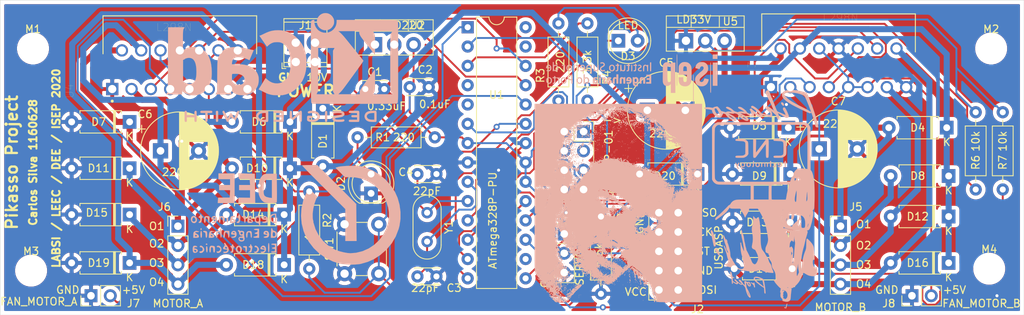
<source format=kicad_pcb>
(kicad_pcb (version 20171130) (host pcbnew "(5.1.4)-1")
  (title_block (title "Wifi Plotter") (date 2019-12-26) (rev V1.0) (company "LEEC / DEE / ISEP") (comment 2 "Diogo Pinto 1160736") (comment 4 "Carlos Silva 1160628"))
  (layers (0 F.Cu signal hide) (31 B.Cu signal hide) (34 B.Paste user) (35 F.Paste user) (36 B.SilkS user hide) (37 F.SilkS user) (38 B.Mask user) (39 F.Mask user) (44 Edge.Cuts user))
  (net 0 "")
  (net 1 "Net-(C1-Pad1)")
  (net 2 GND)
  (net 3 XTAL1)
  (net 4 XTAL2)
  (net 5 "Net-(D2-Pad2)")
  (net 6 BLINK)
  (net 7 "Net-(D3-Pad2)")
  (net 8 "Net-(D4-Pad2)")
  (net 9 "Net-(D6-Pad2)")
  (net 10 "Net-(D8-Pad2)")
  (net 11 "Net-(D10-Pad2)")
  (net 12 "Net-(D12-Pad2)")
  (net 13 "Net-(D14-Pad2)")
  (net 14 "Net-(D16-Pad2)")
  (net 15 "Net-(D18-Pad2)")
  (net 16 MOSI)
  (net 17 "Net-(J2-Pad3)")
  (net 18 RESET)
  (net 19 SCK)
  (net 20 MISO)
  (net 21 RX_ATMEGA)
  (net 22 TX_ATMEGA)
  (net 23 SERVO)
  (net 24 "Net-(U1-Pad16)")
  (net 25 "Net-(U1-Pad4)")
  (net 26 "Net-(U1-Pad5)")
  (net 27 IN1B)
  (net 28 IN1A)
  (net 29 IN2A)
  (net 30 IN2B)
  (net 31 IN3A)
  (net 32 IN3B)
  (net 33 IN4A)
  (net 34 IN4B)
  (net 35 "Net-(U1-Pad27)")
  (net 36 "Net-(U1-Pad28)")
  (net 37 "Net-(J4-Pad3)")
  (net 38 "Net-(J4-Pad5)")
  (net 39 +5V)
  (net 40 +10V)
  (net 41 "Net-(D20-Pad1)")
  (net 42 +3V3)
  (net 43 RX_ESP)
  (net 44 "Net-(J4-Pad4)")
  (net 45 "Net-(J4-Pad6)")
  (module Resistor_THT:R_Axial_DIN0207_L6.3mm_D2.5mm_P10.16mm_Horizontal (layer F.Cu) (at 218.186 106.426 90)
    (fp_text reference R7 (at 3.556 0 90) (layer F.SilkS))
    (fp_text value 10k (at 6.35 0 90) (layer F.SilkS))
    (pad 1 thru_hole circle (at 0 0 90) (size 1.6 1.6) (drill 0.8) (layers *.Cu *.Mask) (net 45 "Net-(J4-Pad6)"))
    (pad 2 thru_hole oval (at 10.16 0 90) (size 1.6 1.6) (drill 0.8) (layers *.Cu *.Mask) (net 42 +3V3))
  )
  (module Resistor_THT:R_Axial_DIN0207_L6.3mm_D2.5mm_P10.16mm_Horizontal (layer F.Cu) (at 214.63 106.426 90)
    (fp_text reference R6 (at 3.556 0 90) (layer F.SilkS))
    (fp_text value 10k (at 6.35 0 90) (layer F.SilkS))
    (pad 2 thru_hole oval (at 10.16 0 90) (size 1.6 1.6) (drill 0.8) (layers *.Cu *.Mask) (net 42 +3V3))
    (pad 1 thru_hole circle (at 0 0 90) (size 1.6 1.6) (drill 0.8) (layers *.Cu *.Mask) (net 44 "Net-(J4-Pad4)"))
  )
  (module logos:carlos3 (layer B.Cu) (at 167.64 108.204 180)
    (fp_text reference G*** hide)
    (fp_text value LOGO hide)
  )
  (module logos:dee5 (layer B.Cu) (at 125.222 109.728 180)
    (fp_text reference G*** hide)
    (fp_text value LOGO hide)
  )
  (module logos:logotipo (layer B.Cu) (at 186.436 107.696 180)
    (fp_text reference G*** hide)
    (fp_text value LOGO hide)
  )
  (module Symbol:KiCad-Logo2_12mm_SilkScreen (layer B.Cu) (at 123.444 89.154 180)
    (fp_text reference REF** hide)
    (fp_text value KiCad-Logo2_12mm_SilkScreen hide)
  )
  (module logos:teste_logo5 (layer B.Cu) (at 169.418 91.948 180)
    (fp_text reference G*** hide)
    (fp_text value LOGO hide)
  )
  (module Connector_PinHeader_2.54mm:PinHeader_1x03_P2.54mm_Vertical (layer F.Cu) (at 160.528 112.268)
    (fp_text reference J3 (at 0 -1.778) (layer F.SilkS))
    (fp_text value SERVO_MOTOR (at 2.032 1.524 90) (layer F.SilkS))
    (pad 1 thru_hole rect (at 0 0) (size 1.7 1.7) (drill 1) (layers *.Cu *.Mask) (net 23 SERVO))
    (pad 2 thru_hole oval (at 0 2.54) (size 1.7 1.7) (drill 1) (layers *.Cu *.Mask) (net 39 +5V))
    (pad 3 thru_hole oval (at 0 5.08) (size 1.7 1.7) (drill 1) (layers *.Cu *.Mask) (net 2 GND))
  )
  (module "Biblioteca Kicad:TO127P2020X500X2100-15" (layer F.Cu) (at 187.706 92.964 90)
    (fp_text reference U3 (at 2.425 -2.495 90) (layer F.SilkS) (effects (font (thickness 0.015))))
    (fp_text value L298N (at 9.144 9.144 180) (layer F.SilkS) (effects (font (thickness 0.015))))
    (pad 1 thru_hole rect (at 0 0 90) (size 1.62 1.62) (drill 1.08) (layers *.Cu *.Mask) (net 2 GND))
    (pad 2 thru_hole circle (at 5.08 1.27 90) (size 1.62 1.62) (drill 1.08) (layers *.Cu *.Mask) (net 8 "Net-(D4-Pad2)"))
    (pad 3 thru_hole circle (at 0 2.54 90) (size 1.62 1.62) (drill 1.08) (layers *.Cu *.Mask) (net 10 "Net-(D8-Pad2)"))
    (pad 4 thru_hole circle (at 5.08 3.81 90) (size 1.62 1.62) (drill 1.08) (layers *.Cu *.Mask) (net 40 +10V))
    (pad 5 thru_hole circle (at 0 5.08 90) (size 1.62 1.62) (drill 1.08) (layers *.Cu *.Mask) (net 27 IN1B))
    (pad 6 thru_hole circle (at 5.08 6.35 90) (size 1.62 1.62) (drill 1.08) (layers *.Cu *.Mask) (net 39 +5V))
    (pad 7 thru_hole circle (at 0 7.62 90) (size 1.62 1.62) (drill 1.08) (layers *.Cu *.Mask) (net 30 IN2B))
    (pad 8 thru_hole circle (at 5.08 8.89 90) (size 1.62 1.62) (drill 1.08) (layers *.Cu *.Mask) (net 2 GND))
    (pad 9 thru_hole circle (at 0 10.16 90) (size 1.62 1.62) (drill 1.08) (layers *.Cu *.Mask) (net 39 +5V))
    (pad 10 thru_hole circle (at 5.08 11.43 90) (size 1.62 1.62) (drill 1.08) (layers *.Cu *.Mask) (net 32 IN3B))
    (pad 11 thru_hole circle (at 0 12.7 90) (size 1.62 1.62) (drill 1.08) (layers *.Cu *.Mask) (net 39 +5V))
    (pad 12 thru_hole circle (at 5.08 13.97 90) (size 1.62 1.62) (drill 1.08) (layers *.Cu *.Mask) (net 34 IN4B))
    (pad 13 thru_hole circle (at 0 15.24 90) (size 1.62 1.62) (drill 1.08) (layers *.Cu *.Mask) (net 12 "Net-(D12-Pad2)"))
    (pad 14 thru_hole circle (at 5.08 16.51 90) (size 1.62 1.62) (drill 1.08) (layers *.Cu *.Mask) (net 14 "Net-(D16-Pad2)"))
    (pad 15 thru_hole circle (at 0 17.78 90) (size 1.62 1.62) (drill 1.08) (layers *.Cu *.Mask) (net 2 GND))
  )
  (module MountingHole:MountingHole_3.2mm_M3 (layer F.Cu) (at 90.678 87.884)
    (fp_text reference M1 (at 0 -2.54) (layer F.SilkS))
    (fp_text value MountingHole_3.2mm_M3)
    (pad 1 np_thru_hole circle (at 0 0) (size 3.2 3.2) (drill 3.2) (layers *.Cu *.Mask))
  )
  (module MountingHole:MountingHole_3.2mm_M3 (layer F.Cu) (at 90.424 117.094)
    (fp_text reference M3 (at 0 -2.54) (layer F.SilkS))
    (fp_text value MountingHole_3.2mm_M3)
    (pad 1 np_thru_hole circle (at 0 0) (size 3.2 3.2) (drill 3.2) (layers *.Cu *.Mask))
  )
  (module MountingHole:MountingHole_3.2mm_M3 (layer F.Cu) (at 216.408 116.84)
    (fp_text reference M4 (at 0 -2.54) (layer F.SilkS))
    (fp_text value MountingHole_3.2mm_M3)
    (pad 1 np_thru_hole circle (at 0 0) (size 3.2 3.2) (drill 3.2) (layers *.Cu *.Mask))
  )
  (module MountingHole:MountingHole_3.2mm_M3 (layer F.Cu) (at 216.662 87.884)
    (fp_text reference M2 (at 0 -2.54) (layer F.SilkS))
    (fp_text value MountingHole_3.2mm_M3)
    (pad 1 np_thru_hole circle (at 0 0) (size 3.2 3.2) (drill 3.2) (layers *.Cu *.Mask))
  )
  (module Capacitor_THT:C_Disc_D3.0mm_W2.0mm_P2.50mm (layer F.Cu) (at 134.366 93.218)
    (fp_text reference C1 (at 1.25 -2.25) (layer F.SilkS))
    (fp_text value 0.33uF (at 2.794 2.25) (layer F.SilkS))
    (pad 2 thru_hole circle (at 2.5 0) (size 1.6 1.6) (drill 0.8) (layers *.Cu *.Mask) (net 2 GND))
    (pad 1 thru_hole circle (at 0 0) (size 1.6 1.6) (drill 0.8) (layers *.Cu *.Mask) (net 1 "Net-(C1-Pad1)"))
  )
  (module Capacitor_THT:C_Disc_D3.0mm_W2.0mm_P2.50mm (layer F.Cu) (at 140.208 92.964)
    (fp_text reference C2 (at 2.032 -2.286) (layer F.SilkS))
    (fp_text value 0.1uF (at 3.302 2.25) (layer F.SilkS))
    (pad 1 thru_hole circle (at 0 0) (size 1.6 1.6) (drill 0.8) (layers *.Cu *.Mask) (net 39 +5V))
    (pad 2 thru_hole circle (at 2.5 0) (size 1.6 1.6) (drill 0.8) (layers *.Cu *.Mask) (net 2 GND))
  )
  (module Capacitor_THT:C_Disc_D3.0mm_W2.0mm_P2.50mm (layer F.Cu) (at 141.224 117.856)
    (fp_text reference C3 (at 4.826 1.524) (layer F.SilkS))
    (fp_text value 22pF (at 1.016 1.524) (layer F.SilkS))
    (pad 1 thru_hole circle (at 0 0) (size 1.6 1.6) (drill 0.8) (layers *.Cu *.Mask) (net 3 XTAL1))
    (pad 2 thru_hole circle (at 2.5 0) (size 1.6 1.6) (drill 0.8) (layers *.Cu *.Mask) (net 2 GND))
  )
  (module Capacitor_THT:C_Disc_D3.0mm_W2.0mm_P2.50mm (layer F.Cu) (at 141.224 104.394)
    (fp_text reference C4 (at -1.524 -0.254) (layer F.SilkS))
    (fp_text value 22pF (at 1.25 2.25) (layer F.SilkS))
    (pad 2 thru_hole circle (at 2.5 0) (size 1.6 1.6) (drill 0.8) (layers *.Cu *.Mask) (net 2 GND))
    (pad 1 thru_hole circle (at 0 0) (size 1.6 1.6) (drill 0.8) (layers *.Cu *.Mask) (net 4 XTAL2))
  )
  (module Diode_THT:D_A-405_P7.62mm_Horizontal (layer F.Cu) (at 128.778 95.758 270)
    (fp_text reference D1 (at 4.318 0 90) (layer F.SilkS))
    (fp_text value D)
    (fp_text user K (at 0 -1.9 90) (layer F.SilkS))
    (pad 1 thru_hole rect (at 0 0 270) (size 1.8 1.8) (drill 0.9) (layers *.Cu *.Mask) (net 1 "Net-(C1-Pad1)"))
    (pad 2 thru_hole oval (at 7.62 0 270) (size 1.8 1.8) (drill 0.9) (layers *.Cu *.Mask) (net 40 +10V))
  )
  (module LED_THT:LED_D5.0mm (layer F.Cu) (at 135.128 106.934 90)
    (fp_text reference D2 (at 1.27 -3.96 90) (layer F.SilkS))
    (fp_text value LED)
    (pad 1 thru_hole rect (at 0 0 90) (size 1.8 1.8) (drill 0.9) (layers *.Cu *.Mask) (net 2 GND))
    (pad 2 thru_hole circle (at 2.54 0 90) (size 1.8 1.8) (drill 0.9) (layers *.Cu *.Mask) (net 5 "Net-(D2-Pad2)"))
  )
  (module LED_THT:LED_D5.0mm (layer F.Cu) (at 167.64 86.868)
    (fp_text reference D3 (at 1.27 2.032) (layer F.SilkS))
    (fp_text value LED (at 1.27 -2.032) (layer F.SilkS))
    (pad 2 thru_hole circle (at 2.54 0) (size 1.8 1.8) (drill 0.9) (layers *.Cu *.Mask) (net 7 "Net-(D3-Pad2)"))
    (pad 1 thru_hole rect (at 0 0) (size 1.8 1.8) (drill 0.9) (layers *.Cu *.Mask) (net 6 BLINK))
  )
  (module Diode_THT:D_A-405_P7.62mm_Horizontal (layer F.Cu) (at 210.82 98.298 180)
    (fp_text reference D4 (at 3.81 0) (layer F.SilkS))
    (fp_text value D)
    (fp_text user K (at 0 -1.9) (layer F.SilkS))
    (pad 2 thru_hole oval (at 7.62 0 180) (size 1.8 1.8) (drill 0.9) (layers *.Cu *.Mask) (net 8 "Net-(D4-Pad2)"))
    (pad 1 thru_hole rect (at 0 0 180) (size 1.8 1.8) (drill 0.9) (layers *.Cu *.Mask) (net 40 +10V))
  )
  (module Diode_THT:D_A-405_P7.62mm_Horizontal (layer F.Cu) (at 189.992 98.298 180)
    (fp_text reference D5 (at 3.81 0.254) (layer F.SilkS))
    (fp_text value D)
    (fp_text user K (at 0 -1.9) (layer F.SilkS))
    (pad 2 thru_hole oval (at 7.62 0 180) (size 1.8 1.8) (drill 0.9) (layers *.Cu *.Mask) (net 2 GND))
    (pad 1 thru_hole rect (at 0 0 180) (size 1.8 1.8) (drill 0.9) (layers *.Cu *.Mask) (net 8 "Net-(D4-Pad2)"))
  )
  (module Diode_THT:D_A-405_P7.62mm_Horizontal (layer F.Cu) (at 124.46 97.536 180)
    (fp_text reference D6 (at 4.064 0) (layer F.SilkS))
    (fp_text value D)
    (fp_text user K (at 0 -1.9) (layer F.SilkS))
    (pad 2 thru_hole oval (at 7.62 0 180) (size 1.8 1.8) (drill 0.9) (layers *.Cu *.Mask) (net 9 "Net-(D6-Pad2)"))
    (pad 1 thru_hole rect (at 0 0 180) (size 1.8 1.8) (drill 0.9) (layers *.Cu *.Mask) (net 40 +10V))
  )
  (module Diode_THT:D_A-405_P7.62mm_Horizontal (layer F.Cu) (at 103.378 97.536 180)
    (fp_text reference D7 (at 4.064 0) (layer F.SilkS))
    (fp_text value D)
    (fp_text user K (at 0 -1.9) (layer F.SilkS))
    (pad 2 thru_hole oval (at 7.62 0 180) (size 1.8 1.8) (drill 0.9) (layers *.Cu *.Mask) (net 2 GND))
    (pad 1 thru_hole rect (at 0 0 180) (size 1.8 1.8) (drill 0.9) (layers *.Cu *.Mask) (net 9 "Net-(D6-Pad2)"))
  )
  (module Diode_THT:D_A-405_P7.62mm_Horizontal (layer F.Cu) (at 211.074 104.648 180)
    (fp_text reference D8 (at 4.064 0) (layer F.SilkS))
    (fp_text value D)
    (fp_text user K (at 0 -1.9) (layer F.SilkS))
    (pad 1 thru_hole rect (at 0 0 180) (size 1.8 1.8) (drill 0.9) (layers *.Cu *.Mask) (net 40 +10V))
    (pad 2 thru_hole oval (at 7.62 0 180) (size 1.8 1.8) (drill 0.9) (layers *.Cu *.Mask) (net 10 "Net-(D8-Pad2)"))
  )
  (module Diode_THT:D_A-405_P7.62mm_Horizontal (layer F.Cu) (at 190.246 104.394 180)
    (fp_text reference D9 (at 4.064 -0.254) (layer F.SilkS))
    (fp_text value D)
    (fp_text user K (at 0 -1.9) (layer F.SilkS))
    (pad 1 thru_hole rect (at 0 0 180) (size 1.8 1.8) (drill 0.9) (layers *.Cu *.Mask) (net 10 "Net-(D8-Pad2)"))
    (pad 2 thru_hole oval (at 7.62 0 180) (size 1.8 1.8) (drill 0.9) (layers *.Cu *.Mask) (net 2 GND))
  )
  (module Diode_THT:D_A-405_P7.62mm_Horizontal (layer F.Cu) (at 124.46 103.632 180)
    (fp_text reference D10 (at 4.318 0) (layer F.SilkS))
    (fp_text value D)
    (fp_text user K (at 0 -1.9) (layer F.SilkS))
    (pad 1 thru_hole rect (at 0 0 180) (size 1.8 1.8) (drill 0.9) (layers *.Cu *.Mask) (net 40 +10V))
    (pad 2 thru_hole oval (at 7.62 0 180) (size 1.8 1.8) (drill 0.9) (layers *.Cu *.Mask) (net 11 "Net-(D10-Pad2)"))
  )
  (module Diode_THT:D_A-405_P7.62mm_Horizontal (layer F.Cu) (at 103.378 103.632 180)
    (fp_text reference D11 (at 4.064 0) (layer F.SilkS))
    (fp_text value D)
    (fp_text user K (at 0 -1.9) (layer F.SilkS))
    (pad 1 thru_hole rect (at 0 0 180) (size 1.8 1.8) (drill 0.9) (layers *.Cu *.Mask) (net 11 "Net-(D10-Pad2)"))
    (pad 2 thru_hole oval (at 7.62 0 180) (size 1.8 1.8) (drill 0.9) (layers *.Cu *.Mask) (net 2 GND))
  )
  (module Diode_THT:D_A-405_P7.62mm_Horizontal (layer F.Cu) (at 211.074 109.982 180)
    (fp_text reference D12 (at 4.064 0) (layer F.SilkS))
    (fp_text value D)
    (fp_text user K (at 0 -1.9) (layer F.SilkS))
    (pad 1 thru_hole rect (at 0 0 180) (size 1.8 1.8) (drill 0.9) (layers *.Cu *.Mask) (net 40 +10V))
    (pad 2 thru_hole oval (at 7.62 0 180) (size 1.8 1.8) (drill 0.9) (layers *.Cu *.Mask) (net 12 "Net-(D12-Pad2)"))
  )
  (module Diode_THT:D_A-405_P7.62mm_Horizontal (layer F.Cu) (at 190.246 110.744 180)
    (fp_text reference D13 (at 4.318 0) (layer F.SilkS))
    (fp_text value D)
    (fp_text user K (at 0 -1.9) (layer F.SilkS))
    (pad 2 thru_hole oval (at 7.62 0 180) (size 1.8 1.8) (drill 0.9) (layers *.Cu *.Mask) (net 2 GND))
    (pad 1 thru_hole rect (at 0 0 180) (size 1.8 1.8) (drill 0.9) (layers *.Cu *.Mask) (net 12 "Net-(D12-Pad2)"))
  )
  (module Diode_THT:D_A-405_P7.62mm_Horizontal (layer F.Cu) (at 123.698 109.728 180)
    (fp_text reference D14 (at 4.064 0) (layer F.SilkS))
    (fp_text value D)
    (fp_text user K (at 0 -1.9) (layer F.SilkS))
    (pad 2 thru_hole oval (at 7.62 0 180) (size 1.8 1.8) (drill 0.9) (layers *.Cu *.Mask) (net 13 "Net-(D14-Pad2)"))
    (pad 1 thru_hole rect (at 0 0 180) (size 1.8 1.8) (drill 0.9) (layers *.Cu *.Mask) (net 40 +10V))
  )
  (module Diode_THT:D_A-405_P7.62mm_Horizontal (layer F.Cu) (at 103.378 109.728 180)
    (fp_text reference D15 (at 4.318 0.254) (layer F.SilkS))
    (fp_text value D)
    (fp_text user K (at 0 -1.9) (layer F.SilkS))
    (pad 2 thru_hole oval (at 7.62 0 180) (size 1.8 1.8) (drill 0.9) (layers *.Cu *.Mask) (net 2 GND))
    (pad 1 thru_hole rect (at 0 0 180) (size 1.8 1.8) (drill 0.9) (layers *.Cu *.Mask) (net 13 "Net-(D14-Pad2)"))
  )
  (module Diode_THT:D_A-405_P7.62mm_Horizontal (layer F.Cu) (at 211.074 116.078 180)
    (fp_text reference D16 (at 4.064 0) (layer F.SilkS))
    (fp_text value D)
    (fp_text user K (at 0 -1.9) (layer F.SilkS))
    (pad 1 thru_hole rect (at 0 0 180) (size 1.8 1.8) (drill 0.9) (layers *.Cu *.Mask) (net 40 +10V))
    (pad 2 thru_hole oval (at 7.62 0 180) (size 1.8 1.8) (drill 0.9) (layers *.Cu *.Mask) (net 14 "Net-(D16-Pad2)"))
  )
  (module Diode_THT:D_A-405_P7.62mm_Horizontal (layer F.Cu) (at 190.5 116.84 180)
    (fp_text reference D17 (at 4.318 0) (layer F.SilkS))
    (fp_text value D)
    (fp_text user K (at 0 -1.9) (layer F.SilkS))
    (pad 1 thru_hole rect (at 0 0 180) (size 1.8 1.8) (drill 0.9) (layers *.Cu *.Mask) (net 14 "Net-(D16-Pad2)"))
    (pad 2 thru_hole oval (at 7.62 0 180) (size 1.8 1.8) (drill 0.9) (layers *.Cu *.Mask) (net 2 GND))
  )
  (module Diode_THT:D_A-405_P7.62mm_Horizontal (layer F.Cu) (at 123.698 116.332 180)
    (fp_text reference D18 (at 4.064 0) (layer F.SilkS))
    (fp_text value D)
    (fp_text user K (at 0 -1.9) (layer F.SilkS))
    (pad 1 thru_hole rect (at 0 0 180) (size 1.8 1.8) (drill 0.9) (layers *.Cu *.Mask) (net 40 +10V))
    (pad 2 thru_hole oval (at 7.62 0 180) (size 1.8 1.8) (drill 0.9) (layers *.Cu *.Mask) (net 15 "Net-(D18-Pad2)"))
  )
  (module Diode_THT:D_A-405_P7.62mm_Horizontal (layer F.Cu) (at 103.378 116.078 180)
    (fp_text reference D19 (at 4.064 0) (layer F.SilkS))
    (fp_text value D)
    (fp_text user K (at 0 -1.9) (layer F.SilkS))
    (pad 2 thru_hole oval (at 7.62 0 180) (size 1.8 1.8) (drill 0.9) (layers *.Cu *.Mask) (net 2 GND))
    (pad 1 thru_hole rect (at 0 0 180) (size 1.8 1.8) (drill 0.9) (layers *.Cu *.Mask) (net 15 "Net-(D18-Pad2)"))
  )
  (module TerminalBlock_Phoenix:TerminalBlock_Phoenix_MPT-0,5-2-2.54_1x02_P2.54mm_Horizontal (layer F.Cu) (at 125.222 87.122)
    (fp_text reference J1 (at 1.27 -2.286) (layer F.SilkS))
    (fp_text value 10V (at 2.794 4.572) (layer F.SilkS))
    (pad 1 thru_hole rect (at 0 0) (size 2.2 2.2) (drill 1.1) (layers *.Cu *.Mask) (net 2 GND))
    (pad "" np_thru_hole circle (at 0 2.54) (size 1.1 1.1) (drill 1.1) (layers *.Cu *.Mask))
    (pad 2 thru_hole circle (at 2.54 0) (size 2.2 2.2) (drill 1.1) (layers *.Cu *.Mask) (net 40 +10V))
    (pad "" np_thru_hole circle (at 2.54 2.54) (size 1.1 1.1) (drill 1.1) (layers *.Cu *.Mask))
  )
  (module Connector_PinHeader_2.54mm:PinHeader_2x05_P2.54mm_Vertical (layer F.Cu) (at 175.514 119.634 180)
    (fp_text reference J2 (at -2.54 -2.54) (layer F.SilkS))
    (fp_text value USBASP (at -5.334 5.588 90) (layer F.SilkS))
    (pad 1 thru_hole rect (at 0 0 180) (size 1.7 1.7) (drill 1) (layers *.Cu *.Mask) (net 16 MOSI))
    (pad 2 thru_hole oval (at 2.54 0 180) (size 1.7 1.7) (drill 1) (layers *.Cu *.Mask) (net 39 +5V))
    (pad 3 thru_hole oval (at 0 2.54 180) (size 1.7 1.7) (drill 1) (layers *.Cu *.Mask) (net 17 "Net-(J2-Pad3)"))
    (pad 4 thru_hole oval (at 2.54 2.54 180) (size 1.7 1.7) (drill 1) (layers *.Cu *.Mask) (net 2 GND))
    (pad 5 thru_hole oval (at 0 5.08 180) (size 1.7 1.7) (drill 1) (layers *.Cu *.Mask) (net 18 RESET))
    (pad 6 thru_hole oval (at 2.54 5.08 180) (size 1.7 1.7) (drill 1) (layers *.Cu *.Mask) (net 2 GND))
    (pad 7 thru_hole oval (at 0 7.62 180) (size 1.7 1.7) (drill 1) (layers *.Cu *.Mask) (net 19 SCK))
    (pad 8 thru_hole oval (at 2.54 7.62 180) (size 1.7 1.7) (drill 1) (layers *.Cu *.Mask) (net 2 GND))
    (pad 9 thru_hole oval (at 0 10.16 180) (size 1.7 1.7) (drill 1) (layers *.Cu *.Mask) (net 20 MISO))
    (pad 10 thru_hole oval (at 2.54 10.16 180) (size 1.7 1.7) (drill 1) (layers *.Cu *.Mask) (net 2 GND))
  )
  (module Connector_PinSocket_2.54mm:PinSocket_2x04_P2.54mm_Vertical (layer F.Cu) (at 163.068 98.806)
    (fp_text reference J4 (at 3.302 7.874) (layer F.SilkS))
    (fp_text value ESP-01 (at 3.302 2.794 90) (layer F.SilkS))
    (pad 1 thru_hole rect (at 0 0) (size 1.7 1.7) (drill 1) (layers *.Cu *.Mask) (net 2 GND))
    (pad 2 thru_hole oval (at -2.54 0) (size 1.7 1.7) (drill 1) (layers *.Cu *.Mask) (net 21 RX_ATMEGA))
    (pad 3 thru_hole oval (at 0 2.54) (size 1.7 1.7) (drill 1) (layers *.Cu *.Mask) (net 37 "Net-(J4-Pad3)"))
    (pad 4 thru_hole oval (at -2.54 2.54) (size 1.7 1.7) (drill 1) (layers *.Cu *.Mask) (net 44 "Net-(J4-Pad4)"))
    (pad 5 thru_hole oval (at 0 5.08) (size 1.7 1.7) (drill 1) (layers *.Cu *.Mask) (net 38 "Net-(J4-Pad5)"))
    (pad 6 thru_hole oval (at -2.54 5.08) (size 1.7 1.7) (drill 1) (layers *.Cu *.Mask) (net 45 "Net-(J4-Pad6)"))
    (pad 7 thru_hole oval (at 0 7.62) (size 1.7 1.7) (drill 1) (layers *.Cu *.Mask) (net 43 RX_ESP))
    (pad 8 thru_hole oval (at -2.54 7.62) (size 1.7 1.7) (drill 1) (layers *.Cu *.Mask) (net 42 +3V3))
  )
  (module Connector_PinHeader_2.54mm:PinHeader_1x04_P2.54mm_Vertical (layer F.Cu) (at 196.85 111.252)
    (fp_text reference J5 (at 2.032 -2.54) (layer F.SilkS))
    (fp_text value MOTOR_B (at 0 10.668) (layer F.SilkS))
    (pad 1 thru_hole rect (at 0 0) (size 1.7 1.7) (drill 1) (layers *.Cu *.Mask) (net 8 "Net-(D4-Pad2)"))
    (pad 2 thru_hole oval (at 0 2.54) (size 1.7 1.7) (drill 1) (layers *.Cu *.Mask) (net 10 "Net-(D8-Pad2)"))
    (pad 3 thru_hole oval (at 0 5.08) (size 1.7 1.7) (drill 1) (layers *.Cu *.Mask) (net 12 "Net-(D12-Pad2)"))
    (pad 4 thru_hole oval (at 0 7.62) (size 1.7 1.7) (drill 1) (layers *.Cu *.Mask) (net 14 "Net-(D16-Pad2)"))
  )
  (module Connector_PinHeader_2.54mm:PinHeader_1x04_P2.54mm_Vertical (layer F.Cu) (at 109.728 111.252)
    (fp_text reference J6 (at -1.778 -2.54) (layer F.SilkS))
    (fp_text value MOTOR_A (at 0 10.16) (layer F.SilkS))
    (pad 4 thru_hole oval (at 0 7.62) (size 1.7 1.7) (drill 1) (layers *.Cu *.Mask) (net 15 "Net-(D18-Pad2)"))
    (pad 3 thru_hole oval (at 0 5.08) (size 1.7 1.7) (drill 1) (layers *.Cu *.Mask) (net 13 "Net-(D14-Pad2)"))
    (pad 2 thru_hole oval (at 0 2.54) (size 1.7 1.7) (drill 1) (layers *.Cu *.Mask) (net 11 "Net-(D10-Pad2)"))
    (pad 1 thru_hole rect (at 0 0) (size 1.7 1.7) (drill 1) (layers *.Cu *.Mask) (net 9 "Net-(D6-Pad2)"))
  )
  (module Resistor_THT:R_Axial_DIN0207_L6.3mm_D2.5mm_P10.16mm_Horizontal (layer F.Cu) (at 143.51 99.568 180)
    (fp_text reference R1 (at 6.858 0) (layer F.SilkS))
    (fp_text value 220 (at 4.064 0) (layer F.SilkS))
    (pad 2 thru_hole oval (at 10.16 0 180) (size 1.6 1.6) (drill 0.8) (layers *.Cu *.Mask) (net 5 "Net-(D2-Pad2)"))
    (pad 1 thru_hole circle (at 0 0 180) (size 1.6 1.6) (drill 0.8) (layers *.Cu *.Mask) (net 39 +5V))
  )
  (module Resistor_THT:R_Axial_DIN0207_L6.3mm_D2.5mm_P10.16mm_Horizontal (layer F.Cu) (at 127 106.68 270)
    (fp_text reference R2 (at 3.81 -2.37 90) (layer F.SilkS))
    (fp_text value 10k (at 5.08 0 90) (layer F.SilkS))
    (pad 1 thru_hole circle (at 0 0 270) (size 1.6 1.6) (drill 0.8) (layers *.Cu *.Mask) (net 39 +5V))
    (pad 2 thru_hole oval (at 10.16 0 270) (size 1.6 1.6) (drill 0.8) (layers *.Cu *.Mask) (net 18 RESET))
  )
  (module Resistor_THT:R_Axial_DIN0207_L6.3mm_D2.5mm_P10.16mm_Horizontal (layer F.Cu) (at 159.766 94.742 90)
    (fp_text reference R3 (at 3.302 -2.37 90) (layer F.SilkS))
    (fp_text value 220 (at 5.08 0.254 90) (layer F.SilkS))
    (pad 1 thru_hole circle (at 0 0 90) (size 1.6 1.6) (drill 0.8) (layers *.Cu *.Mask) (net 39 +5V))
    (pad 2 thru_hole oval (at 10.16 0 90) (size 1.6 1.6) (drill 0.8) (layers *.Cu *.Mask) (net 7 "Net-(D3-Pad2)"))
  )
  (module Button_Switch_THT:SW_PUSH_6mm (layer F.Cu) (at 131.644 117.498 90)
    (fp_text reference SW1 (at 3.25 -2 90) (layer F.SilkS))
    (fp_text value SW_Push)
    (pad 2 thru_hole circle (at 0 4.5 180) (size 2 2) (drill 1.1) (layers *.Cu *.Mask) (net 18 RESET))
    (pad 1 thru_hole circle (at 0 0 180) (size 2 2) (drill 1.1) (layers *.Cu *.Mask) (net 2 GND))
    (pad 2 thru_hole circle (at 6.5 4.5 180) (size 2 2) (drill 1.1) (layers *.Cu *.Mask) (net 18 RESET))
    (pad 1 thru_hole circle (at 6.5 0 180) (size 2 2) (drill 1.1) (layers *.Cu *.Mask) (net 2 GND))
  )
  (module Package_DIP:DIP-28_W7.62mm (layer F.Cu) (at 147.828 85.09)
    (fp_text reference U1 (at 3.81 8.89) (layer F.SilkS))
    (fp_text value ATmega328P-PU (at 3.302 25.4 90) (layer F.SilkS))
    (pad 1 thru_hole rect (at 0 0) (size 1.6 1.6) (drill 0.8) (layers *.Cu *.Mask) (net 18 RESET))
    (pad 15 thru_hole oval (at 7.62 33.02) (size 1.6 1.6) (drill 0.8) (layers *.Cu *.Mask) (net 23 SERVO))
    (pad 2 thru_hole oval (at 0 2.54) (size 1.6 1.6) (drill 0.8) (layers *.Cu *.Mask) (net 21 RX_ATMEGA))
    (pad 16 thru_hole oval (at 7.62 30.48) (size 1.6 1.6) (drill 0.8) (layers *.Cu *.Mask) (net 24 "Net-(U1-Pad16)"))
    (pad 3 thru_hole oval (at 0 5.08) (size 1.6 1.6) (drill 0.8) (layers *.Cu *.Mask) (net 22 TX_ATMEGA))
    (pad 17 thru_hole oval (at 7.62 27.94) (size 1.6 1.6) (drill 0.8) (layers *.Cu *.Mask) (net 16 MOSI))
    (pad 4 thru_hole oval (at 0 7.62) (size 1.6 1.6) (drill 0.8) (layers *.Cu *.Mask) (net 25 "Net-(U1-Pad4)"))
    (pad 18 thru_hole oval (at 7.62 25.4) (size 1.6 1.6) (drill 0.8) (layers *.Cu *.Mask) (net 20 MISO))
    (pad 5 thru_hole oval (at 0 10.16) (size 1.6 1.6) (drill 0.8) (layers *.Cu *.Mask) (net 26 "Net-(U1-Pad5)"))
    (pad 19 thru_hole oval (at 7.62 22.86) (size 1.6 1.6) (drill 0.8) (layers *.Cu *.Mask) (net 19 SCK))
    (pad 6 thru_hole oval (at 0 12.7) (size 1.6 1.6) (drill 0.8) (layers *.Cu *.Mask) (net 27 IN1B))
    (pad 20 thru_hole oval (at 7.62 20.32) (size 1.6 1.6) (drill 0.8) (layers *.Cu *.Mask) (net 39 +5V))
    (pad 7 thru_hole oval (at 0 15.24) (size 1.6 1.6) (drill 0.8) (layers *.Cu *.Mask) (net 39 +5V))
    (pad 21 thru_hole oval (at 7.62 17.78) (size 1.6 1.6) (drill 0.8) (layers *.Cu *.Mask) (net 39 +5V))
    (pad 8 thru_hole oval (at 0 17.78) (size 1.6 1.6) (drill 0.8) (layers *.Cu *.Mask) (net 2 GND))
    (pad 22 thru_hole oval (at 7.62 15.24) (size 1.6 1.6) (drill 0.8) (layers *.Cu *.Mask) (net 2 GND))
    (pad 9 thru_hole oval (at 0 20.32) (size 1.6 1.6) (drill 0.8) (layers *.Cu *.Mask) (net 3 XTAL1))
    (pad 23 thru_hole oval (at 7.62 12.7) (size 1.6 1.6) (drill 0.8) (layers *.Cu *.Mask) (net 28 IN1A))
    (pad 10 thru_hole oval (at 0 22.86) (size 1.6 1.6) (drill 0.8) (layers *.Cu *.Mask) (net 4 XTAL2))
    (pad 24 thru_hole oval (at 7.62 10.16) (size 1.6 1.6) (drill 0.8) (layers *.Cu *.Mask) (net 29 IN2A))
    (pad 11 thru_hole oval (at 0 25.4) (size 1.6 1.6) (drill 0.8) (layers *.Cu *.Mask) (net 30 IN2B))
    (pad 25 thru_hole oval (at 7.62 7.62) (size 1.6 1.6) (drill 0.8) (layers *.Cu *.Mask) (net 31 IN3A))
    (pad 12 thru_hole oval (at 0 27.94) (size 1.6 1.6) (drill 0.8) (layers *.Cu *.Mask) (net 32 IN3B))
    (pad 26 thru_hole oval (at 7.62 5.08) (size 1.6 1.6) (drill 0.8) (layers *.Cu *.Mask) (net 33 IN4A))
    (pad 13 thru_hole oval (at 0 30.48) (size 1.6 1.6) (drill 0.8) (layers *.Cu *.Mask) (net 34 IN4B))
    (pad 27 thru_hole oval (at 7.62 2.54) (size 1.6 1.6) (drill 0.8) (layers *.Cu *.Mask) (net 35 "Net-(U1-Pad27)"))
    (pad 14 thru_hole oval (at 0 33.02) (size 1.6 1.6) (drill 0.8) (layers *.Cu *.Mask) (net 6 BLINK))
    (pad 28 thru_hole oval (at 7.62 0) (size 1.6 1.6) (drill 0.8) (layers *.Cu *.Mask) (net 36 "Net-(U1-Pad28)"))
  )
  (module Package_TO_SOT_THT:TO-220-3_Vertical (layer F.Cu) (at 135.636 87.376)
    (fp_text reference U2 (at 5.588 -2.54) (layer F.SilkS))
    (fp_text value LM7805_TO220 (at 0.762 -2.54) (layer F.SilkS))
    (pad 1 thru_hole rect (at 0 0) (size 1.905 2) (drill 1.1) (layers *.Cu *.Mask) (net 1 "Net-(C1-Pad1)"))
    (pad 2 thru_hole oval (at 2.54 0) (size 1.905 2) (drill 1.1) (layers *.Cu *.Mask) (net 2 GND))
    (pad 3 thru_hole oval (at 5.08 0) (size 1.905 2) (drill 1.1) (layers *.Cu *.Mask) (net 39 +5V))
  )
  (module "Biblioteca Kicad:TO127P2020X500X2100-15" (layer F.Cu) (at 101.092 93.218 90)
    (fp_text reference U4 (at -0.254 -5.588 90) (layer F.SilkS) (effects (font (thickness 0.015))))
    (fp_text value L298N (at 8.128 8.128 180) (layer F.SilkS) (effects (font (thickness 0.015))))
    (pad 15 thru_hole circle (at 0 17.78 90) (size 1.62 1.62) (drill 1.08) (layers *.Cu *.Mask) (net 2 GND))
    (pad 14 thru_hole circle (at 5.08 16.51 90) (size 1.62 1.62) (drill 1.08) (layers *.Cu *.Mask) (net 15 "Net-(D18-Pad2)"))
    (pad 13 thru_hole circle (at 0 15.24 90) (size 1.62 1.62) (drill 1.08) (layers *.Cu *.Mask) (net 13 "Net-(D14-Pad2)"))
    (pad 12 thru_hole circle (at 5.08 13.97 90) (size 1.62 1.62) (drill 1.08) (layers *.Cu *.Mask) (net 33 IN4A))
    (pad 11 thru_hole circle (at 0 12.7 90) (size 1.62 1.62) (drill 1.08) (layers *.Cu *.Mask) (net 39 +5V))
    (pad 10 thru_hole circle (at 5.08 11.43 90) (size 1.62 1.62) (drill 1.08) (layers *.Cu *.Mask) (net 31 IN3A))
    (pad 9 thru_hole circle (at 0 10.16 90) (size 1.62 1.62) (drill 1.08) (layers *.Cu *.Mask) (net 39 +5V))
    (pad 8 thru_hole circle (at 5.08 8.89 90) (size 1.62 1.62) (drill 1.08) (layers *.Cu *.Mask) (net 2 GND))
    (pad 7 thru_hole circle (at 0 7.62 90) (size 1.62 1.62) (drill 1.08) (layers *.Cu *.Mask) (net 29 IN2A))
    (pad 6 thru_hole circle (at 5.08 6.35 90) (size 1.62 1.62) (drill 1.08) (layers *.Cu *.Mask) (net 39 +5V))
    (pad 5 thru_hole circle (at 0 5.08 90) (size 1.62 1.62) (drill 1.08) (layers *.Cu *.Mask) (net 28 IN1A))
    (pad 4 thru_hole circle (at 5.08 3.81 90) (size 1.62 1.62) (drill 1.08) (layers *.Cu *.Mask) (net 40 +10V))
    (pad 3 thru_hole circle (at 0 2.54 90) (size 1.62 1.62) (drill 1.08) (layers *.Cu *.Mask) (net 11 "Net-(D10-Pad2)"))
    (pad 2 thru_hole circle (at 5.08 1.27 90) (size 1.62 1.62) (drill 1.08) (layers *.Cu *.Mask) (net 9 "Net-(D6-Pad2)"))
    (pad 1 thru_hole rect (at 0 0 90) (size 1.62 1.62) (drill 1.08) (layers *.Cu *.Mask) (net 2 GND))
  )
  (module Crystal:Crystal_HC52-6mm_Vertical (layer F.Cu) (at 142.494 109.474 270)
    (fp_text reference Y1 (at 1.9 -2.85 90) (layer F.SilkS))
    (fp_text value Crystal)
    (pad 1 thru_hole circle (at 0 0 270) (size 1.5 1.5) (drill 0.8) (layers *.Cu *.Mask) (net 4 XTAL2))
    (pad 2 thru_hole circle (at 3.8 0 270) (size 1.5 1.5) (drill 0.8) (layers *.Cu *.Mask) (net 3 XTAL1))
  )
  (module Capacitor_THT:CP_Radial_D10.0mm_P5.00mm (layer F.Cu) (at 171.45 96.012)
    (fp_text reference C5 (at 2.5 -6.25) (layer F.SilkS))
    (fp_text value 220uF (at 2.54 3.048) (layer F.SilkS))
    (pad 1 thru_hole rect (at 0 0) (size 2 2) (drill 1) (layers *.Cu *.Mask) (net 40 +10V))
    (pad 2 thru_hole circle (at 5 0) (size 2 2) (drill 1) (layers *.Cu *.Mask) (net 2 GND))
  )
  (module Capacitor_THT:CP_Radial_D10.0mm_P5.00mm (layer F.Cu) (at 107.442 101.346)
    (fp_text reference C6 (at -2.032 -4.826) (layer F.SilkS))
    (fp_text value 220uF (at 2.5 2.794) (layer F.SilkS))
    (pad 2 thru_hole circle (at 5 0) (size 2 2) (drill 1) (layers *.Cu *.Mask) (net 2 GND))
    (pad 1 thru_hole rect (at 0 0) (size 2 2) (drill 1) (layers *.Cu *.Mask) (net 40 +10V))
  )
  (module Capacitor_THT:CP_Radial_D10.0mm_P5.00mm (layer F.Cu) (at 194.056 101.092)
    (fp_text reference C7 (at 2.5 -6.25) (layer F.SilkS))
    (fp_text value 220uF (at 2.794 -3.302) (layer F.SilkS))
    (pad 1 thru_hole rect (at 0 0) (size 2 2) (drill 1) (layers *.Cu *.Mask) (net 39 +5V))
    (pad 2 thru_hole circle (at 5 0) (size 2 2) (drill 1) (layers *.Cu *.Mask) (net 2 GND))
  )
  (module Diode_THT:D_A-405_P7.62mm_Horizontal (layer F.Cu) (at 178.054 104.394 180)
    (fp_text reference D20 (at 4.318 -0.254) (layer F.SilkS))
    (fp_text value D)
    (fp_text user K (at 0 -1.9) (layer F.SilkS))
    (pad 1 thru_hole rect (at 0 0 180) (size 1.8 1.8) (drill 0.9) (layers *.Cu *.Mask) (net 41 "Net-(D20-Pad1)"))
    (pad 2 thru_hole oval (at 7.62 0 180) (size 1.8 1.8) (drill 0.9) (layers *.Cu *.Mask) (net 40 +10V))
  )
  (module Resistor_THT:R_Axial_DIN0207_L6.3mm_D2.5mm_P10.16mm_Horizontal (layer F.Cu) (at 163.576 84.582 270)
    (fp_text reference R4 (at 7.112 -2.54 90) (layer F.SilkS))
    (fp_text value 3.3k (at 5.08 0 90) (layer F.SilkS))
    (pad 1 thru_hole circle (at 0 0 270) (size 1.6 1.6) (drill 0.8) (layers *.Cu *.Mask) (net 22 TX_ATMEGA))
    (pad 2 thru_hole oval (at 10.16 0 270) (size 1.6 1.6) (drill 0.8) (layers *.Cu *.Mask) (net 43 RX_ESP))
  )
  (module Resistor_THT:R_Axial_DIN0207_L6.3mm_D2.5mm_P10.16mm_Horizontal (layer F.Cu) (at 165.354 109.982 270)
    (fp_text reference R5 (at 0.508 -2.286 90) (layer F.SilkS))
    (fp_text value 5.6k (at 5.08 0.254 90) (layer F.SilkS))
    (pad 2 thru_hole oval (at 10.16 0 270) (size 1.6 1.6) (drill 0.8) (layers *.Cu *.Mask) (net 2 GND))
    (pad 1 thru_hole circle (at 0 0 270) (size 1.6 1.6) (drill 0.8) (layers *.Cu *.Mask) (net 43 RX_ESP))
  )
  (module Package_TO_SOT_THT:TO-220-3_Vertical (layer F.Cu) (at 176.53 86.868)
    (fp_text reference U5 (at 5.842 -2.54) (layer F.SilkS))
    (fp_text value LD33V (at 1.016 -2.794) (layer F.SilkS))
    (pad 1 thru_hole rect (at 0 0) (size 1.905 2) (drill 1.1) (layers *.Cu *.Mask) (net 2 GND))
    (pad 2 thru_hole oval (at 2.54 0) (size 1.905 2) (drill 1.1) (layers *.Cu *.Mask) (net 42 +3V3))
    (pad 3 thru_hole oval (at 5.08 0) (size 1.905 2) (drill 1.1) (layers *.Cu *.Mask) (net 41 "Net-(D20-Pad1)"))
  )
  (module Connector_PinHeader_2.54mm:PinHeader_1x02_P2.54mm_Vertical (layer F.Cu) (at 98.298 120.396 90)
    (fp_text reference J7 (at -1.016 5.588 180) (layer F.SilkS))
    (fp_text value FAN_MOTOR_A (at -0.762 -6.858 180) (layer F.SilkS))
    (pad 1 thru_hole rect (at 0 0 90) (size 1.7 1.7) (drill 1) (layers *.Cu *.Mask) (net 2 GND))
    (pad 2 thru_hole oval (at 0 2.54 90) (size 1.7 1.7) (drill 1) (layers *.Cu *.Mask) (net 39 +5V))
  )
  (module Connector_PinHeader_2.54mm:PinHeader_1x02_P2.54mm_Vertical (layer F.Cu) (at 206.248 120.396 90)
    (fp_text reference J8 (at -1.016 -3.048 180) (layer F.SilkS))
    (fp_text value FAN_MOTOR_B (at -1.016 9.144 180) (layer F.SilkS))
    (pad 1 thru_hole rect (at 0 0 90) (size 1.7 1.7) (drill 1) (layers *.Cu *.Mask) (net 2 GND))
    (pad 2 thru_hole oval (at 0 2.54 90) (size 1.7 1.7) (drill 1) (layers *.Cu *.Mask) (net 39 +5V))
  )
  (gr_text GND (at 170.434 110.744 90) (layer F.SilkS) (effects (font (size 1 1))))
  (gr_text GND (at 178.562 117.094) (layer F.SilkS) (effects (font (size 1 1))))
  (gr_text MISO (at 178.816 109.474) (layer F.SilkS) (effects (font (size 1 1))))
  (gr_text SCK (at 178.562 112.014) (layer F.SilkS) (effects (font (size 1 1))))
  (gr_text RST (at 178.308 114.554) (layer F.SilkS) (effects (font (size 1 1))))
  (gr_text GND (at 170.434 115.57 90) (layer F.SilkS) (effects (font (size 1 1))))
  (gr_text VCC (at 169.926 119.888) (layer F.SilkS) (effects (font (size 1 1))))
  (gr_text MOSI (at 178.816 119.634) (layer F.SilkS) (effects (font (size 1 1))))
  (gr_text -> (at 166.878 97.282) (layer F.SilkS) (effects (font (size 1 1))))
  (gr_text GND (at 202.946 119.634) (layer F.SilkS) (effects (font (size 1 1))))
  (gr_text +5V (at 211.836 119.634) (layer F.SilkS) (effects (font (size 1 1))))
  (gr_text GND (at 157.988 117.856 90) (layer F.SilkS) (effects (font (size 1 1))))
  (gr_text PWM (at 157.988 112.014 90) (layer F.SilkS) (effects (font (size 1 1))))
  (gr_text POWER (at 126.492 93.472) (layer F.SilkS) (effects (font (size 1.5 1.5) (thickness 0.3))))
  (gr_text GND (at 124.46 91.694) (layer F.SilkS) (effects (font (size 0.992 0.992) (thickness 0.248))))
  (gr_text GND (at 95.25 119.634) (layer F.SilkS) (effects (font (size 1 1))))
  (gr_text +5V (at 103.886 119.634) (layer F.SilkS) (effects (font (size 1 1))))
  (gr_text O4 (at 106.934 118.618) (layer F.SilkS) (effects (font (size 1 1))))
  (gr_text O3 (at 106.934 116.078) (layer F.SilkS) (effects (font (size 1 1))))
  (gr_text O2 (at 106.934 113.538) (layer F.SilkS) (effects (font (size 1 1))))
  (gr_text O1 (at 106.934 111.252) (layer F.SilkS) (effects (font (size 1 1))))
  (gr_text O4 (at 199.898 118.872) (layer F.SilkS) (effects (font (size 1 1))))
  (gr_text O3 (at 199.898 116.332) (layer F.SilkS) (effects (font (size 1 1))))
  (gr_text O2 (at 199.898 113.792) (layer F.SilkS) (effects (font (size 1 1))))
  (gr_text O1 (at 199.898 110.998) (layer F.SilkS) (effects (font (size 1 1))))
  (gr_line (start 220.98 122.936) (end 220.98 81.534) (layer Edge.Cuts) (width 0.05))
  (gr_line (start 86.36 122.936) (end 220.98 122.936) (layer Edge.Cuts) (width 0.05))
  (gr_line (start 86.36 81.534) (end 86.36 122.936) (layer Edge.Cuts) (width 0.05))
  (gr_line (start 86.36 81.534) (end 220.98 81.534) (layer Edge.Cuts) (width 0.05))
  (gr_text "Pikasso Project" (at 87.884 102.87 90) (layer F.SilkS) (effects (font (size 1.5 1.5) (thickness 0.3))))
  (gr_text "LABSI / LEEC / DEE / ISEP 2020" (at 93.726 103.632 90) (layer F.SilkS) (effects (font (size 1 1) (thickness 0.25))))
  (gr_text "Carlos Silva 1160628" (at 90.678 102.87 90) (layer F.SilkS) (effects (font (size 1 1) (thickness 0.25))))
  (segment (start 131.826 95.758) (end 134.366 93.218) (width 0.8) (layer B.Cu) (net 1))
  (segment (start 128.778 95.758) (end 131.826 95.758) (width 0.8) (layer B.Cu) (net 1))
  (segment (start 134.366 88.646) (end 135.636 87.376) (width 0.8) (layer B.Cu) (net 1))
  (segment (start 134.366 93.218) (end 134.366 88.646) (width 0.8) (layer B.Cu) (net 1))
  (via (at 151.892 103.886) (size 0.8) (drill 0.4) (layers F.Cu B.Cu) (net 2))
  (segment (start 155.448 100.33) (end 151.892 103.886) (width 0.25) (layer F.Cu) (net 2))
  (via (at 189.738 95.25) (size 0.8) (drill 0.4) (layers F.Cu B.Cu) (net 2))
  (segment (start 187.706 92.964) (end 187.706 93.218) (width 0.8) (layer F.Cu) (net 2))
  (segment (start 187.706 93.218) (end 189.738 95.25) (width 0.8) (layer F.Cu) (net 2))
  (segment (start 206.248 120.904) (end 196.258702 120.904) (width 0.8) (layer B.Cu) (net 2))
  (segment (start 186.944 120.904) (end 182.88 116.84) (width 0.8) (layer F.Cu) (net 2))
  (segment (start 206.248 120.904) (end 186.944 120.904) (width 0.8) (layer F.Cu) (net 2))
  (segment (start 150.876 102.87) (end 147.828 102.87) (width 0.25) (layer B.Cu) (net 2))
  (segment (start 151.892 103.886) (end 150.876 102.87) (width 0.25) (layer B.Cu) (net 2))
  (via (at 217.424 120.396) (size 0.8) (drill 0.4) (layers F.Cu B.Cu) (net 2))
  (segment (start 142.494 116.586) (end 142.494 113.274) (width 0.25) (layer F.Cu) (net 3))
  (segment (start 141.224 117.856) (end 142.494 116.586) (width 0.25) (layer F.Cu) (net 3))
  (segment (start 148.627999 106.209999) (end 147.828 105.41) (width 0.25) (layer B.Cu) (net 3))
  (segment (start 148.953001 106.535001) (end 148.627999 106.209999) (width 0.25) (layer B.Cu) (net 3))
  (segment (start 148.953001 108.490001) (end 148.953001 106.535001) (width 0.25) (layer B.Cu) (net 3))
  (segment (start 148.368001 109.075001) (end 148.953001 108.490001) (width 0.25) (layer B.Cu) (net 3))
  (segment (start 146.692999 109.075001) (end 148.368001 109.075001) (width 0.25) (layer B.Cu) (net 3))
  (segment (start 142.494 113.274) (end 146.692999 109.075001) (width 0.25) (layer B.Cu) (net 3))
  (segment (start 141.224 108.204) (end 142.494 109.474) (width 0.25) (layer F.Cu) (net 4))
  (segment (start 141.224 104.394) (end 141.224 108.204) (width 0.25) (layer F.Cu) (net 4))
  (segment (start 144.018 107.95) (end 147.828 107.95) (width 0.25) (layer B.Cu) (net 4))
  (segment (start 142.494 109.474) (end 144.018 107.95) (width 0.25) (layer B.Cu) (net 4))
  (segment (start 133.35 102.616) (end 135.128 104.394) (width 0.25) (layer F.Cu) (net 5))
  (segment (start 133.35 99.568) (end 133.35 102.616) (width 0.25) (layer F.Cu) (net 5))
  (segment (start 147.028001 117.310001) (end 147.828 118.11) (width 0.25) (layer F.Cu) (net 6))
  (segment (start 146.25299 116.53499) (end 147.028001 117.310001) (width 0.25) (layer F.Cu) (net 6))
  (segment (start 147.287999 104.284999) (end 146.25299 105.320008) (width 0.25) (layer F.Cu) (net 6))
  (segment (start 148.368001 104.284999) (end 147.287999 104.284999) (width 0.25) (layer F.Cu) (net 6))
  (segment (start 154.322999 98.330001) (end 148.368001 104.284999) (width 0.25) (layer F.Cu) (net 6))
  (segment (start 154.322999 97.249999) (end 154.322999 98.330001) (width 0.25) (layer F.Cu) (net 6))
  (segment (start 154.907999 96.664999) (end 154.322999 97.249999) (width 0.25) (layer F.Cu) (net 6))
  (segment (start 146.25299 105.320008) (end 146.25299 116.53499) (width 0.25) (layer F.Cu) (net 6))
  (segment (start 155.988001 96.664999) (end 154.907999 96.664999) (width 0.25) (layer F.Cu) (net 6))
  (segment (start 165.785 86.868) (end 155.988001 96.664999) (width 0.25) (layer F.Cu) (net 6))
  (segment (start 167.64 86.868) (end 165.785 86.868) (width 0.25) (layer F.Cu) (net 6))
  (segment (start 170.18 85.595208) (end 167.134792 82.55) (width 0.25) (layer B.Cu) (net 7))
  (segment (start 170.18 86.868) (end 170.18 85.595208) (width 0.25) (layer B.Cu) (net 7))
  (segment (start 167.134792 82.55) (end 160.528 82.55) (width 0.25) (layer B.Cu) (net 7))
  (segment (start 159.766 83.312) (end 159.766 84.582) (width 0.25) (layer B.Cu) (net 7))
  (segment (start 160.528 82.55) (end 159.766 83.312) (width 0.25) (layer B.Cu) (net 7))
  (segment (start 188.292 98.298) (end 189.992 98.298) (width 0.8) (layer F.Cu) (net 8))
  (segment (start 186.295999 96.301999) (end 188.292 98.298) (width 0.8) (layer F.Cu) (net 8))
  (segment (start 186.295999 91.709513) (end 186.295999 96.301999) (width 0.8) (layer F.Cu) (net 8))
  (segment (start 188.976 89.029512) (end 186.295999 91.709513) (width 0.8) (layer F.Cu) (net 8))
  (segment (start 188.976 87.884) (end 188.976 89.029512) (width 0.8) (layer F.Cu) (net 8))
  (segment (start 189.992 98.298) (end 203.2 98.298) (width 0.8) (layer F.Cu) (net 8))
  (segment (start 196.85 109.602) (end 196.85 111.252) (width 0.8) (layer B.Cu) (net 8))
  (segment (start 196.85 105.920792) (end 196.85 109.602) (width 0.8) (layer B.Cu) (net 8))
  (segment (start 203.2 99.570792) (end 196.85 105.920792) (width 0.8) (layer B.Cu) (net 8))
  (segment (start 203.2 98.298) (end 203.2 99.570792) (width 0.8) (layer B.Cu) (net 8))
  (segment (start 103.378 99.236) (end 103.378 97.536) (width 0.8) (layer F.Cu) (net 9))
  (segment (start 103.378 100.362002) (end 103.378 99.236) (width 0.8) (layer F.Cu) (net 9))
  (segment (start 109.728 106.712002) (end 103.378 100.362002) (width 0.8) (layer F.Cu) (net 9))
  (segment (start 109.728 111.252) (end 109.728 106.712002) (width 0.8) (layer F.Cu) (net 9))
  (segment (start 99.06 88.138) (end 102.362 88.138) (width 0.8) (layer F.Cu) (net 9))
  (segment (start 97.282 89.916) (end 99.06 88.138) (width 0.8) (layer F.Cu) (net 9))
  (segment (start 97.282 93.14) (end 97.282 89.916) (width 0.8) (layer F.Cu) (net 9))
  (segment (start 103.378 97.536) (end 101.678 97.536) (width 0.8) (layer F.Cu) (net 9))
  (segment (start 101.678 97.536) (end 97.282 93.14) (width 0.8) (layer F.Cu) (net 9))
  (via (at 110.236 100.076) (size 0.8) (drill 0.4) (layers F.Cu B.Cu) (net 9))
  (segment (start 116.84 97.536) (end 112.776 97.536) (width 0.8) (layer B.Cu) (net 9))
  (segment (start 112.776 97.536) (end 110.236 100.076) (width 0.8) (layer B.Cu) (net 9))
  (segment (start 109.728 109.602) (end 109.728 111.252) (width 0.8) (layer F.Cu) (net 9))
  (segment (start 109.728 109.329773) (end 109.728 109.602) (width 0.8) (layer F.Cu) (net 9))
  (segment (start 110.236 108.821773) (end 109.728 109.329773) (width 0.8) (layer F.Cu) (net 9))
  (segment (start 110.236 100.076) (end 110.236 108.821773) (width 0.8) (layer F.Cu) (net 9))
  (segment (start 196.000001 112.942001) (end 196.85 113.792) (width 0.8) (layer F.Cu) (net 10))
  (segment (start 195.759999 112.942001) (end 196.000001 112.942001) (width 0.8) (layer F.Cu) (net 10))
  (segment (start 190.246 107.428002) (end 195.759999 112.942001) (width 0.8) (layer F.Cu) (net 10))
  (segment (start 190.246 104.394) (end 190.246 107.428002) (width 0.8) (layer F.Cu) (net 10))
  (segment (start 190.246 100.924002) (end 192.786 98.384002) (width 0.8) (layer B.Cu) (net 10))
  (segment (start 190.246 104.394) (end 190.246 100.924002) (width 0.8) (layer B.Cu) (net 10))
  (segment (start 192.786 95.504) (end 190.246 92.964) (width 0.8) (layer B.Cu) (net 10))
  (segment (start 192.786 98.384002) (end 192.786 95.504) (width 0.8) (layer B.Cu) (net 10))
  (segment (start 197.699999 112.942001) (end 196.85 113.792) (width 0.8) (layer B.Cu) (net 10))
  (segment (start 197.940001 112.942001) (end 197.699999 112.942001) (width 0.8) (layer B.Cu) (net 10))
  (segment (start 203.454 107.428002) (end 197.940001 112.942001) (width 0.8) (layer B.Cu) (net 10))
  (segment (start 203.454 104.648) (end 203.454 107.428002) (width 0.8) (layer B.Cu) (net 10))
  (segment (start 115.940001 104.531999) (end 116.84 103.632) (width 0.8) (layer F.Cu) (net 11))
  (segment (start 111.178001 109.293999) (end 115.940001 104.531999) (width 0.8) (layer F.Cu) (net 11))
  (segment (start 111.178001 112.582001) (end 111.178001 109.293999) (width 0.8) (layer F.Cu) (net 11))
  (segment (start 110.818001 112.942001) (end 111.178001 112.582001) (width 0.8) (layer F.Cu) (net 11))
  (segment (start 110.577999 112.942001) (end 110.818001 112.942001) (width 0.8) (layer F.Cu) (net 11))
  (segment (start 109.728 113.792) (end 110.577999 112.942001) (width 0.8) (layer F.Cu) (net 11))
  (segment (start 115.940001 102.732001) (end 116.84 103.632) (width 0.8) (layer F.Cu) (net 11))
  (segment (start 115.940001 102.475999) (end 115.940001 102.732001) (width 0.8) (layer F.Cu) (net 11))
  (segment (start 108.092003 94.628001) (end 115.940001 102.475999) (width 0.8) (layer F.Cu) (net 11))
  (segment (start 105.042001 94.628001) (end 108.092003 94.628001) (width 0.8) (layer F.Cu) (net 11))
  (segment (start 103.632 93.218) (end 105.042001 94.628001) (width 0.8) (layer F.Cu) (net 11))
  (segment (start 108.878001 112.942001) (end 109.728 113.792) (width 0.8) (layer B.Cu) (net 11))
  (segment (start 108.637999 112.942001) (end 108.878001 112.942001) (width 0.8) (layer B.Cu) (net 11))
  (segment (start 108.277999 112.582001) (end 108.637999 112.942001) (width 0.8) (layer B.Cu) (net 11))
  (segment (start 108.277999 110.231999) (end 108.277999 112.582001) (width 0.8) (layer B.Cu) (net 11))
  (segment (start 103.378 105.332) (end 108.277999 110.231999) (width 0.8) (layer B.Cu) (net 11))
  (segment (start 103.378 103.632) (end 103.378 105.332) (width 0.8) (layer B.Cu) (net 11))
  (segment (start 195.647919 116.332) (end 196.85 116.332) (width 0.8) (layer F.Cu) (net 12))
  (segment (start 194.134 116.332) (end 195.647919 116.332) (width 0.8) (layer F.Cu) (net 12))
  (segment (start 190.246 112.444) (end 194.134 116.332) (width 0.8) (layer F.Cu) (net 12))
  (segment (start 190.246 110.744) (end 190.246 112.444) (width 0.8) (layer F.Cu) (net 12))
  (segment (start 203.454 112.014) (end 203.454 109.982) (width 0.8) (layer B.Cu) (net 12))
  (segment (start 196.85 116.332) (end 199.136 116.332) (width 0.8) (layer B.Cu) (net 12))
  (segment (start 199.136 116.332) (end 203.454 112.014) (width 0.8) (layer B.Cu) (net 12))
  (segment (start 207.01 97.028) (end 202.946 92.964) (width 0.8) (layer B.Cu) (net 12))
  (segment (start 203.454 109.982) (end 207.01 106.426) (width 0.8) (layer B.Cu) (net 12))
  (segment (start 207.01 106.426) (end 207.01 97.028) (width 0.8) (layer B.Cu) (net 12))
  (segment (start 103.378 109.982) (end 103.378 109.728) (width 0.8) (layer B.Cu) (net 13))
  (segment (start 109.728 116.332) (end 103.378 109.982) (width 0.8) (layer B.Cu) (net 13))
  (segment (start 116.078 109.982) (end 116.078 109.728) (width 0.8) (layer F.Cu) (net 13))
  (segment (start 109.728 116.332) (end 116.078 109.982) (width 0.8) (layer F.Cu) (net 13))
  (via (at 120.396 105.918) (size 0.8) (drill 0.4) (layers F.Cu B.Cu) (net 13))
  (segment (start 120.396 88.008488) (end 120.396 105.918) (width 0.8) (layer B.Cu) (net 13))
  (segment (start 116.332 93.218) (end 116.332 92.072488) (width 0.8) (layer B.Cu) (net 13))
  (segment (start 116.332 92.072488) (end 120.396 88.008488) (width 0.8) (layer B.Cu) (net 13))
  (segment (start 119.888 105.918) (end 116.078 109.728) (width 0.8) (layer F.Cu) (net 13))
  (segment (start 120.396 105.918) (end 119.888 105.918) (width 0.8) (layer F.Cu) (net 13))
  (segment (start 192.532 118.872) (end 196.85 118.872) (width 0.8) (layer F.Cu) (net 14))
  (segment (start 190.5 116.84) (end 192.532 118.872) (width 0.8) (layer F.Cu) (net 14))
  (segment (start 203.454 116.078) (end 208.534 110.998) (width 0.8) (layer B.Cu) (net 14))
  (segment (start 208.534 92.202) (end 204.216 87.884) (width 0.8) (layer B.Cu) (net 14))
  (segment (start 208.534 110.998) (end 208.534 92.202) (width 0.8) (layer B.Cu) (net 14))
  (segment (start 200.66 118.872) (end 196.85 118.872) (width 0.8) (layer B.Cu) (net 14))
  (segment (start 203.454 116.078) (end 200.66 118.872) (width 0.8) (layer B.Cu) (net 14))
  (segment (start 112.268 116.332) (end 109.728 118.872) (width 0.8) (layer B.Cu) (net 15))
  (segment (start 116.078 116.332) (end 112.268 116.332) (width 0.8) (layer B.Cu) (net 15))
  (segment (start 106.934 116.078) (end 109.728 118.872) (width 0.8) (layer B.Cu) (net 15))
  (segment (start 103.378 116.078) (end 106.934 116.078) (width 0.8) (layer B.Cu) (net 15))
  (segment (start 101.877999 112.877999) (end 103.378 114.378) (width 0.8) (layer B.Cu) (net 15))
  (segment (start 101.877999 99.864635) (end 101.877999 112.877999) (width 0.8) (layer B.Cu) (net 15))
  (segment (start 95.83198 93.818616) (end 101.877999 99.864635) (width 0.8) (layer B.Cu) (net 15))
  (segment (start 95.83198 87.283384) (end 95.83198 93.818616) (width 0.8) (layer B.Cu) (net 15))
  (segment (start 99.729384 83.38598) (end 95.83198 87.283384) (width 0.8) (layer B.Cu) (net 15))
  (segment (start 112.84998 83.38598) (end 99.729384 83.38598) (width 0.8) (layer B.Cu) (net 15))
  (segment (start 103.378 114.378) (end 103.378 116.078) (width 0.8) (layer B.Cu) (net 15))
  (segment (start 117.602 88.138) (end 112.84998 83.38598) (width 0.8) (layer B.Cu) (net 15))
  (segment (start 175.514 120.734) (end 174.328 121.92) (width 0.25) (layer F.Cu) (net 16))
  (segment (start 175.514 119.634) (end 175.514 120.734) (width 0.25) (layer F.Cu) (net 16))
  (via (at 165.608 121.92) (size 0.8) (drill 0.4) (layers F.Cu B.Cu) (net 16))
  (segment (start 174.328 121.92) (end 165.608 121.92) (width 0.25) (layer F.Cu) (net 16))
  (segment (start 165.608 121.92) (end 161.29 121.92) (width 0.25) (layer B.Cu) (net 16))
  (segment (start 161.29 121.92) (end 157.48 118.11) (width 0.25) (layer B.Cu) (net 16))
  (segment (start 156.247999 113.829999) (end 155.448 113.03) (width 0.25) (layer B.Cu) (net 16))
  (segment (start 157.48 115.062) (end 156.247999 113.829999) (width 0.25) (layer B.Cu) (net 16))
  (segment (start 157.48 118.11) (end 157.48 115.062) (width 0.25) (layer B.Cu) (net 16))
  (segment (start 137.143999 118.497999) (end 136.144 117.498) (width 0.25) (layer F.Cu) (net 18))
  (segment (start 140.25401 121.60801) (end 137.143999 118.497999) (width 0.25) (layer F.Cu) (net 18))
  (segment (start 161.2224 121.60801) (end 140.25401 121.60801) (width 0.25) (layer F.Cu) (net 18))
  (segment (start 164.371411 118.458999) (end 161.2224 121.60801) (width 0.25) (layer F.Cu) (net 18))
  (segment (start 173.348003 118.458999) (end 164.371411 118.458999) (width 0.25) (layer F.Cu) (net 18))
  (segment (start 174.149001 117.658001) (end 173.348003 118.458999) (width 0.25) (layer F.Cu) (net 18))
  (segment (start 174.149001 115.918999) (end 174.149001 117.658001) (width 0.25) (layer F.Cu) (net 18))
  (segment (start 175.514 114.554) (end 174.149001 115.918999) (width 0.25) (layer F.Cu) (net 18))
  (segment (start 136.144 116.083787) (end 136.144 110.998) (width 0.25) (layer B.Cu) (net 18))
  (segment (start 136.144 117.498) (end 136.144 116.083787) (width 0.25) (layer B.Cu) (net 18))
  (segment (start 127 117.97137) (end 129.032 120.00337) (width 0.25) (layer B.Cu) (net 18))
  (segment (start 127 116.84) (end 127 117.97137) (width 0.25) (layer B.Cu) (net 18))
  (segment (start 133.63863 120.00337) (end 136.144 117.498) (width 0.25) (layer B.Cu) (net 18))
  (segment (start 129.032 120.00337) (end 133.63863 120.00337) (width 0.25) (layer B.Cu) (net 18))
  (segment (start 137.143999 109.998001) (end 137.143999 102.124001) (width 0.25) (layer B.Cu) (net 18))
  (segment (start 136.144 110.998) (end 137.143999 109.998001) (width 0.25) (layer B.Cu) (net 18))
  (segment (start 137.143999 102.124001) (end 144.526 94.742) (width 0.25) (layer B.Cu) (net 18))
  (segment (start 146.778 85.09) (end 147.828 85.09) (width 0.25) (layer B.Cu) (net 18))
  (segment (start 144.526 87.342) (end 146.778 85.09) (width 0.25) (layer B.Cu) (net 18))
  (segment (start 144.526 94.742) (end 144.526 87.342) (width 0.25) (layer B.Cu) (net 18))
  (segment (start 173.348003 113.378999) (end 168.815001 113.378999) (width 0.25) (layer F.Cu) (net 19))
  (segment (start 175.514 112.014) (end 174.713002 112.014) (width 0.25) (layer F.Cu) (net 19))
  (segment (start 174.713002 112.014) (end 173.348003 113.378999) (width 0.25) (layer F.Cu) (net 19))
  (segment (start 168.815001 113.378999) (end 161.036 121.158) (width 0.25) (layer F.Cu) (net 19))
  (segment (start 161.036 121.158) (end 151.638 121.158) (width 0.25) (layer F.Cu) (net 19))
  (segment (start 151.638 111.76) (end 155.448 107.95) (width 0.25) (layer F.Cu) (net 19))
  (segment (start 151.638 121.158) (end 151.638 111.76) (width 0.25) (layer F.Cu) (net 19))
  (segment (start 156.247999 109.690001) (end 155.448 110.49) (width 0.25) (layer F.Cu) (net 20))
  (segment (start 157.639001 108.298999) (end 156.247999 109.690001) (width 0.25) (layer F.Cu) (net 20))
  (segment (start 174.338999 108.298999) (end 157.639001 108.298999) (width 0.25) (layer F.Cu) (net 20))
  (segment (start 175.514 109.474) (end 174.338999 108.298999) (width 0.25) (layer F.Cu) (net 20))
  (segment (start 148.627999 86.830001) (end 147.828 87.63) (width 0.25) (layer B.Cu) (net 21))
  (segment (start 148.953001 86.504999) (end 148.627999 86.830001) (width 0.25) (layer B.Cu) (net 21))
  (segment (start 158.528001 86.504999) (end 148.953001 86.504999) (width 0.25) (layer B.Cu) (net 21))
  (segment (start 161.703001 89.679999) (end 158.528001 86.504999) (width 0.25) (layer B.Cu) (net 21))
  (segment (start 161.703001 97.630999) (end 161.703001 89.679999) (width 0.25) (layer B.Cu) (net 21))
  (segment (start 160.528 98.806) (end 161.703001 97.630999) (width 0.25) (layer B.Cu) (net 21))
  (segment (start 148.627999 89.370001) (end 147.828 90.17) (width 0.25) (layer F.Cu) (net 22))
  (segment (start 148.953001 89.044999) (end 148.627999 89.370001) (width 0.25) (layer F.Cu) (net 22))
  (segment (start 157.981631 89.044999) (end 148.953001 89.044999) (width 0.25) (layer F.Cu) (net 22))
  (segment (start 162.44463 84.582) (end 157.981631 89.044999) (width 0.25) (layer F.Cu) (net 22))
  (segment (start 163.576 84.582) (end 162.44463 84.582) (width 0.25) (layer F.Cu) (net 22))
  (segment (start 160.528 113.03) (end 155.448 118.11) (width 0.25) (layer F.Cu) (net 23))
  (segment (start 160.528 112.268) (end 160.528 113.03) (width 0.25) (layer F.Cu) (net 23))
  (segment (start 148.953001 98.915001) (end 148.627999 98.589999) (width 0.25) (layer B.Cu) (net 27))
  (segment (start 155.988001 98.915001) (end 148.953001 98.915001) (width 0.25) (layer B.Cu) (net 27))
  (segment (start 156.573001 98.330001) (end 155.988001 98.915001) (width 0.25) (layer B.Cu) (net 27))
  (segment (start 159.225999 93.616999) (end 156.573001 96.269997) (width 0.25) (layer B.Cu) (net 27))
  (segment (start 160.306001 93.616999) (end 159.225999 93.616999) (width 0.25) (layer B.Cu) (net 27))
  (segment (start 160.891001 95.282001) (end 160.891001 94.201999) (width 0.25) (layer B.Cu) (net 27))
  (segment (start 159.352999 96.820003) (end 160.891001 95.282001) (width 0.25) (layer B.Cu) (net 27))
  (segment (start 148.627999 98.589999) (end 147.828 97.79) (width 0.25) (layer B.Cu) (net 27))
  (segment (start 156.573001 96.269997) (end 156.573001 98.330001) (width 0.25) (layer B.Cu) (net 27))
  (segment (start 159.352999 101.910001) (end 159.352999 96.820003) (width 0.25) (layer B.Cu) (net 27))
  (segment (start 159.963999 102.521001) (end 159.352999 101.910001) (width 0.25) (layer B.Cu) (net 27))
  (segment (start 160.902003 102.521001) (end 159.963999 102.521001) (width 0.25) (layer B.Cu) (net 27))
  (segment (start 161.892999 104.450001) (end 161.892999 103.511997) (width 0.25) (layer B.Cu) (net 27))
  (segment (start 161.892999 103.511997) (end 160.902003 102.521001) (width 0.25) (layer B.Cu) (net 27))
  (segment (start 161.892999 105.861999) (end 162.503999 105.250999) (width 0.25) (layer B.Cu) (net 27))
  (segment (start 161.892999 108.186001) (end 161.892999 105.861999) (width 0.25) (layer B.Cu) (net 27))
  (segment (start 160.891001 94.201999) (end 160.306001 93.616999) (width 0.25) (layer B.Cu) (net 27))
  (segment (start 164.813999 111.107001) (end 161.892999 108.186001) (width 0.25) (layer B.Cu) (net 27))
  (segment (start 179.928003 97.072999) (end 165.894001 111.107001) (width 0.25) (layer B.Cu) (net 27))
  (segment (start 185.802003 97.072999) (end 179.928003 97.072999) (width 0.25) (layer B.Cu) (net 27))
  (segment (start 162.693997 105.250999) (end 161.892999 104.450001) (width 0.25) (layer B.Cu) (net 27))
  (segment (start 188.841001 94.034001) (end 185.802003 97.072999) (width 0.25) (layer B.Cu) (net 27))
  (segment (start 162.503999 105.250999) (end 162.693997 105.250999) (width 0.25) (layer B.Cu) (net 27))
  (segment (start 188.841001 92.689197) (end 188.841001 94.034001) (width 0.25) (layer B.Cu) (net 27))
  (segment (start 189.701199 91.828999) (end 188.841001 92.689197) (width 0.25) (layer B.Cu) (net 27))
  (segment (start 165.894001 111.107001) (end 164.813999 111.107001) (width 0.25) (layer B.Cu) (net 27))
  (segment (start 191.650999 91.828999) (end 189.701199 91.828999) (width 0.25) (layer B.Cu) (net 27))
  (segment (start 192.786 92.964) (end 191.650999 91.828999) (width 0.25) (layer B.Cu) (net 27))
  (via (at 151.638 98.190001) (size 0.8) (drill 0.4) (layers F.Cu B.Cu) (net 28))
  (segment (start 148.373 101.455001) (end 151.638 98.190001) (width 0.25) (layer F.Cu) (net 28))
  (segment (start 140.937999 101.455001) (end 148.373 101.455001) (width 0.25) (layer F.Cu) (net 28))
  (segment (start 130.019999 90.537001) (end 140.937999 101.455001) (width 0.25) (layer F.Cu) (net 28))
  (segment (start 106.172 93.218) (end 108.852999 90.537001) (width 0.25) (layer F.Cu) (net 28))
  (segment (start 108.852999 90.537001) (end 130.019999 90.537001) (width 0.25) (layer F.Cu) (net 28))
  (segment (start 152.038001 97.79) (end 155.448 97.79) (width 0.25) (layer B.Cu) (net 28))
  (segment (start 151.638 98.190001) (end 152.038001 97.79) (width 0.25) (layer B.Cu) (net 28))
  (segment (start 107.902001 92.408001) (end 108.712 93.218) (width 0.25) (layer B.Cu) (net 29))
  (segment (start 106.037001 90.543001) (end 107.902001 92.408001) (width 0.25) (layer B.Cu) (net 29))
  (segment (start 96.55699 87.583692) (end 100.029692 84.11099) (width 0.25) (layer B.Cu) (net 29))
  (segment (start 96.55699 93.518308) (end 96.55699 87.583692) (width 0.25) (layer B.Cu) (net 29))
  (segment (start 123.492061 120.453379) (end 96.55699 93.518308) (width 0.25) (layer B.Cu) (net 29))
  (segment (start 137.594009 118.008993) (end 135.149623 120.453379) (width 0.25) (layer B.Cu) (net 29))
  (segment (start 137.594009 102.310401) (end 137.594009 118.008993) (width 0.25) (layer B.Cu) (net 29))
  (segment (start 102.554792 84.11099) (end 106.037001 87.593199) (width 0.25) (layer B.Cu) (net 29))
  (segment (start 100.029692 84.11099) (end 102.554792 84.11099) (width 0.25) (layer B.Cu) (net 29))
  (segment (start 145.779411 94.124999) (end 137.594009 102.310401) (width 0.25) (layer B.Cu) (net 29))
  (segment (start 106.037001 87.593199) (end 106.037001 90.543001) (width 0.25) (layer B.Cu) (net 29))
  (segment (start 135.149623 120.453379) (end 123.492061 120.453379) (width 0.25) (layer B.Cu) (net 29))
  (segment (start 154.322999 94.124999) (end 145.779411 94.124999) (width 0.25) (layer B.Cu) (net 29))
  (segment (start 155.448 95.25) (end 154.322999 94.124999) (width 0.25) (layer B.Cu) (net 29))
  (segment (start 148.627999 109.690001) (end 147.828 110.49) (width 0.25) (layer F.Cu) (net 30))
  (segment (start 148.953001 105.159997) (end 148.953001 109.364999) (width 0.25) (layer F.Cu) (net 30))
  (segment (start 154.907999 99.204999) (end 148.953001 105.159997) (width 0.25) (layer F.Cu) (net 30))
  (segment (start 159.139198 95.873982) (end 155.808181 99.204999) (width 0.25) (layer F.Cu) (net 30))
  (segment (start 155.808181 99.204999) (end 154.907999 99.204999) (width 0.25) (layer F.Cu) (net 30))
  (segment (start 164.350107 95.873981) (end 159.139198 95.873982) (width 0.25) (layer F.Cu) (net 30))
  (segment (start 148.953001 109.364999) (end 148.627999 109.690001) (width 0.25) (layer F.Cu) (net 30))
  (segment (start 200.564792 85.09299) (end 175.131098 85.09299) (width 0.25) (layer F.Cu) (net 30))
  (segment (start 202.811001 87.339199) (end 200.564792 85.09299) (width 0.25) (layer F.Cu) (net 30))
  (segment (start 202.220801 89.019001) (end 202.811001 88.428801) (width 0.25) (layer F.Cu) (net 30))
  (segment (start 175.131098 85.09299) (end 164.350107 95.873981) (width 0.25) (layer F.Cu) (net 30))
  (segment (start 199.270999 89.019001) (end 202.220801 89.019001) (width 0.25) (layer F.Cu) (net 30))
  (segment (start 202.811001 88.428801) (end 202.811001 87.339199) (width 0.25) (layer F.Cu) (net 30))
  (segment (start 195.326 92.964) (end 199.270999 89.019001) (width 0.25) (layer F.Cu) (net 30))
  (segment (start 154.648001 91.910001) (end 155.448 92.71) (width 0.25) (layer F.Cu) (net 31))
  (segment (start 154.322999 91.584999) (end 154.648001 91.910001) (width 0.25) (layer F.Cu) (net 31))
  (segment (start 147.577997 91.584999) (end 154.322999 91.584999) (width 0.25) (layer F.Cu) (net 31))
  (segment (start 141.689997 85.696999) (end 147.577997 91.584999) (width 0.25) (layer F.Cu) (net 31))
  (segment (start 114.963001 85.696999) (end 141.689997 85.696999) (width 0.25) (layer F.Cu) (net 31))
  (segment (start 112.522 88.138) (end 114.963001 85.696999) (width 0.25) (layer F.Cu) (net 31))
  (segment (start 154.033001 106.824999) (end 148.627999 112.230001) (width 0.25) (layer F.Cu) (net 32))
  (segment (start 155.988001 106.824999) (end 154.033001 106.824999) (width 0.25) (layer F.Cu) (net 32))
  (segment (start 148.627999 112.230001) (end 147.828 113.03) (width 0.25) (layer F.Cu) (net 32))
  (segment (start 157.01199 107.848988) (end 155.988001 106.824999) (width 0.25) (layer F.Cu) (net 32))
  (segment (start 176.984014 107.848988) (end 157.01199 107.848988) (width 0.25) (layer F.Cu) (net 32))
  (segment (start 185.570989 99.262013) (end 176.984014 107.848988) (width 0.25) (layer F.Cu) (net 32))
  (segment (start 185.570989 89.609209) (end 185.570989 99.262013) (width 0.25) (layer F.Cu) (net 32))
  (segment (start 188.431199 86.748999) (end 185.570989 89.609209) (width 0.25) (layer F.Cu) (net 32))
  (segment (start 189.520801 86.748999) (end 188.431199 86.748999) (width 0.25) (layer F.Cu) (net 32))
  (segment (start 190.111001 87.339199) (end 189.520801 86.748999) (width 0.25) (layer F.Cu) (net 32))
  (segment (start 190.111001 88.428801) (end 190.111001 87.339199) (width 0.25) (layer F.Cu) (net 32))
  (segment (start 195.191001 91.828999) (end 193.511199 91.828999) (width 0.25) (layer F.Cu) (net 32))
  (segment (start 193.511199 91.828999) (end 190.111001 88.428801) (width 0.25) (layer F.Cu) (net 32))
  (segment (start 199.136 87.884) (end 195.191001 91.828999) (width 0.25) (layer F.Cu) (net 32))
  (via (at 151.638 87.884) (size 0.8) (drill 0.4) (layers F.Cu B.Cu) (net 33))
  (segment (start 151.638 86.714998) (end 151.638 87.884) (width 0.25) (layer F.Cu) (net 33))
  (segment (start 148.888001 83.964999) (end 151.638 86.714998) (width 0.25) (layer F.Cu) (net 33))
  (segment (start 113.926999 89.273001) (end 111.977199 89.273001) (width 0.25) (layer F.Cu) (net 33))
  (segment (start 115.062 88.138) (end 113.926999 89.273001) (width 0.25) (layer F.Cu) (net 33))
  (segment (start 111.977199 89.273001) (end 111.386999 88.682801) (width 0.25) (layer F.Cu) (net 33))
  (segment (start 111.386999 88.682801) (end 111.386999 87.593199) (width 0.25) (layer F.Cu) (net 33))
  (segment (start 111.386999 87.593199) (end 115.015199 83.964999) (width 0.25) (layer F.Cu) (net 33))
  (segment (start 115.015199 83.964999) (end 148.888001 83.964999) (width 0.25) (layer F.Cu) (net 33))
  (segment (start 153.162 87.884) (end 155.448 90.17) (width 0.25) (layer B.Cu) (net 33))
  (segment (start 151.638 87.884) (end 153.162 87.884) (width 0.25) (layer B.Cu) (net 33))
  (segment (start 147.028001 114.770001) (end 147.828 115.57) (width 0.25) (layer F.Cu) (net 34))
  (segment (start 146.702999 112.489999) (end 146.702999 114.444999) (width 0.25) (layer F.Cu) (net 34))
  (segment (start 147.287999 111.904999) (end 146.702999 112.489999) (width 0.25) (layer F.Cu) (net 34))
  (segment (start 148.316591 111.904999) (end 147.287999 111.904999) (width 0.25) (layer F.Cu) (net 34))
  (segment (start 155.988001 104.284999) (end 154.907999 104.284999) (width 0.25) (layer F.Cu) (net 34))
  (segment (start 154.907999 104.284999) (end 153.8466 105.346398) (width 0.25) (layer F.Cu) (net 34))
  (segment (start 156.573001 103.699999) (end 155.988001 104.284999) (width 0.25) (layer F.Cu) (net 34))
  (segment (start 156.573001 99.076589) (end 156.573001 103.699999) (width 0.25) (layer F.Cu) (net 34))
  (segment (start 159.325599 96.323991) (end 156.573001 99.076589) (width 0.25) (layer F.Cu) (net 34))
  (segment (start 164.536507 96.323991) (end 159.325599 96.323991) (width 0.25) (layer F.Cu) (net 34))
  (segment (start 146.702999 114.444999) (end 147.028001 114.770001) (width 0.25) (layer F.Cu) (net 34))
  (segment (start 175.317499 85.542999) (end 164.536507 96.323991) (width 0.25) (layer F.Cu) (net 34))
  (segment (start 199.334999 85.542999) (end 175.317499 85.542999) (width 0.25) (layer F.Cu) (net 34))
  (segment (start 153.8466 106.37499) (end 148.316591 111.904999) (width 0.25) (layer F.Cu) (net 34))
  (segment (start 153.8466 105.346398) (end 153.8466 106.37499) (width 0.25) (layer F.Cu) (net 34))
  (segment (start 201.676 87.884) (end 199.334999 85.542999) (width 0.25) (layer F.Cu) (net 34))
  (segment (start 140.716 92.456) (end 140.208 92.964) (width 0.25) (layer F.Cu) (net 39))
  (segment (start 140.716 87.376) (end 140.716 92.456) (width 0.25) (layer F.Cu) (net 39))
  (segment (start 140.208 96.266) (end 143.51 99.568) (width 0.25) (layer F.Cu) (net 39))
  (segment (start 140.208 92.964) (end 140.208 96.266) (width 0.25) (layer F.Cu) (net 39))
  (segment (start 147.066 99.568) (end 147.828 100.33) (width 0.25) (layer F.Cu) (net 39))
  (segment (start 143.51 99.568) (end 147.066 99.568) (width 0.25) (layer F.Cu) (net 39))
  (segment (start 152.908 100.33) (end 155.448 102.87) (width 0.25) (layer B.Cu) (net 39))
  (segment (start 147.828 100.33) (end 152.908 100.33) (width 0.25) (layer B.Cu) (net 39))
  (segment (start 155.448 104.00137) (end 155.448 105.41) (width 0.25) (layer B.Cu) (net 39))
  (segment (start 155.448 102.87) (end 155.448 104.00137) (width 0.25) (layer B.Cu) (net 39))
  (segment (start 156.247999 101.346999) (end 158.496 99.098998) (width 0.25) (layer B.Cu) (net 39))
  (segment (start 155.448 102.87) (end 156.247999 102.070001) (width 0.25) (layer B.Cu) (net 39))
  (segment (start 156.247999 102.070001) (end 156.247999 101.346999) (width 0.25) (layer B.Cu) (net 39))
  (segment (start 158.496 96.012) (end 159.766 94.742) (width 0.25) (layer B.Cu) (net 39))
  (segment (start 158.496 99.098998) (end 158.496 96.012) (width 0.25) (layer B.Cu) (net 39))
  (segment (start 172.974 119.634) (end 175.006 121.666) (width 0.25) (layer B.Cu) (net 39))
  (segment (start 175.006 121.666) (end 191.516 121.666) (width 0.25) (layer B.Cu) (net 39))
  (segment (start 194.056 119.126) (end 194.056 101.092) (width 0.25) (layer B.Cu) (net 39))
  (segment (start 191.516 121.666) (end 194.056 119.126) (width 0.25) (layer B.Cu) (net 39))
  (segment (start 194.056 96.774) (end 197.866 92.964) (width 0.25) (layer B.Cu) (net 39))
  (segment (start 194.056 101.092) (end 194.056 96.774) (width 0.25) (layer B.Cu) (net 39))
  (segment (start 197.866 92.964) (end 200.406 92.964) (width 0.25) (layer B.Cu) (net 39))
  (segment (start 197.866 91.694) (end 194.056 87.884) (width 0.25) (layer B.Cu) (net 39))
  (segment (start 197.866 92.964) (end 197.866 91.694) (width 0.25) (layer B.Cu) (net 39))
  (segment (start 128.13137 106.68) (end 127 106.68) (width 0.25) (layer B.Cu) (net 39))
  (segment (start 129.33532 106.68) (end 128.13137 106.68) (width 0.25) (layer B.Cu) (net 39))
  (segment (start 140.208 95.80732) (end 129.33532 106.68) (width 0.25) (layer B.Cu) (net 39))
  (segment (start 140.208 92.964) (end 140.208 95.80732) (width 0.25) (layer B.Cu) (net 39))
  (segment (start 113.792 98.298) (end 113.792 93.218) (width 0.25) (layer F.Cu) (net 39))
  (segment (start 115.57 100.076) (end 113.792 98.298) (width 0.25) (layer F.Cu) (net 39))
  (segment (start 118.518998 100.076) (end 115.57 100.076) (width 0.25) (layer F.Cu) (net 39))
  (segment (start 127 106.68) (end 125.122998 106.68) (width 0.25) (layer F.Cu) (net 39))
  (segment (start 125.122998 106.68) (end 118.518998 100.076) (width 0.25) (layer F.Cu) (net 39))
  (segment (start 112.646488 93.218) (end 111.252 93.218) (width 0.25) (layer B.Cu) (net 39))
  (segment (start 113.792 93.218) (end 112.646488 93.218) (width 0.25) (layer B.Cu) (net 39))
  (segment (start 107.442 89.408) (end 107.442 88.138) (width 0.25) (layer B.Cu) (net 39))
  (segment (start 111.252 93.218) (end 107.442 89.408) (width 0.25) (layer B.Cu) (net 39))
  (segment (start 168.148 114.808) (end 172.974 119.634) (width 0.25) (layer B.Cu) (net 39))
  (segment (start 160.528 114.808) (end 168.148 114.808) (width 0.25) (layer B.Cu) (net 39))
  (segment (start 156.247999 106.209999) (end 155.448 105.41) (width 0.25) (layer B.Cu) (net 39))
  (segment (start 159.352999 109.314999) (end 156.247999 106.209999) (width 0.25) (layer B.Cu) (net 39))
  (segment (start 159.352999 113.632999) (end 159.352999 109.314999) (width 0.25) (layer B.Cu) (net 39))
  (segment (start 160.528 114.808) (end 159.352999 113.632999) (width 0.25) (layer B.Cu) (net 39))
  (segment (start 127 107.81137) (end 127 106.68) (width 0.25) (layer F.Cu) (net 39))
  (segment (start 127 108.811002) (end 127 107.81137) (width 0.25) (layer F.Cu) (net 39))
  (segment (start 114.565003 121.245999) (end 127 108.811002) (width 0.25) (layer F.Cu) (net 39))
  (segment (start 101.687999 121.245999) (end 114.565003 121.245999) (width 0.25) (layer F.Cu) (net 39))
  (segment (start 100.838 120.396) (end 101.687999 121.245999) (width 0.25) (layer F.Cu) (net 39))
  (segment (start 201.215999 92.154001) (end 200.406 92.964) (width 0.25) (layer F.Cu) (net 39))
  (segment (start 201.541001 91.828999) (end 201.215999 92.154001) (width 0.25) (layer F.Cu) (net 39))
  (segment (start 206.030801 91.828999) (end 201.541001 91.828999) (width 0.25) (layer F.Cu) (net 39))
  (segment (start 208.788 94.586198) (end 206.030801 91.828999) (width 0.25) (layer F.Cu) (net 39))
  (segment (start 208.788 120.396) (end 208.788 94.586198) (width 0.25) (layer F.Cu) (net 39))
  (segment (start 124.46 95.836) (end 124.46 97.536) (width 0.8) (layer B.Cu) (net 40))
  (segment (start 128.912001 91.383999) (end 124.46 95.836) (width 0.8) (layer B.Cu) (net 40))
  (segment (start 128.912001 89.109999) (end 128.912001 91.383999) (width 0.8) (layer B.Cu) (net 40))
  (segment (start 127.762 87.959998) (end 128.912001 89.109999) (width 0.8) (layer B.Cu) (net 40))
  (segment (start 127.762 87.122) (end 127.762 87.959998) (width 0.8) (layer B.Cu) (net 40))
  (segment (start 124.46 97.536) (end 124.46 103.632) (width 0.8) (layer B.Cu) (net 40))
  (segment (start 124.46 108.966) (end 123.698 109.728) (width 0.8) (layer B.Cu) (net 40))
  (segment (start 124.46 103.632) (end 124.46 108.966) (width 0.8) (layer B.Cu) (net 40))
  (segment (start 123.698 109.728) (end 123.698 116.332) (width 0.8) (layer B.Cu) (net 40))
  (segment (start 118.455998 109.728) (end 114.645998 105.918) (width 0.8) (layer B.Cu) (net 40))
  (segment (start 123.698 109.728) (end 118.455998 109.728) (width 0.8) (layer B.Cu) (net 40))
  (segment (start 114.645998 105.918) (end 109.982 105.918) (width 0.8) (layer B.Cu) (net 40))
  (segment (start 107.442 103.378) (end 107.442 101.346) (width 0.8) (layer B.Cu) (net 40))
  (segment (start 109.982 105.918) (end 107.442 103.378) (width 0.8) (layer B.Cu) (net 40))
  (segment (start 99.801999 94.628001) (end 97.282 92.108002) (width 0.8) (layer B.Cu) (net 40))
  (segment (start 106.848801 94.628001) (end 99.801999 94.628001) (width 0.8) (layer B.Cu) (net 40))
  (segment (start 107.442 101.346) (end 107.442 95.2212) (width 0.8) (layer B.Cu) (net 40))
  (segment (start 107.442 95.2212) (end 106.848801 94.628001) (width 0.8) (layer B.Cu) (net 40))
  (segment (start 97.282 92.108002) (end 97.282 87.884) (width 0.8) (layer B.Cu) (net 40))
  (segment (start 97.282 87.884) (end 100.33 84.836) (width 0.8) (layer B.Cu) (net 40))
  (segment (start 101.6 84.836) (end 104.902 88.138) (width 0.8) (layer B.Cu) (net 40))
  (segment (start 100.33 84.836) (end 101.6 84.836) (width 0.8) (layer B.Cu) (net 40))
  (segment (start 128.524 103.632) (end 128.778 103.378) (width 0.8) (layer B.Cu) (net 40))
  (segment (start 124.46 103.632) (end 128.524 103.632) (width 0.8) (layer B.Cu) (net 40))
  (segment (start 169.65 96.012) (end 171.45 96.012) (width 0.8) (layer B.Cu) (net 40))
  (segment (start 169.164 96.012) (end 169.65 96.012) (width 0.8) (layer B.Cu) (net 40))
  (segment (start 156.333999 83.181999) (end 169.164 96.012) (width 0.8) (layer B.Cu) (net 40))
  (segment (start 138.807999 91.527081) (end 147.153081 83.181999) (width 0.8) (layer B.Cu) (net 40))
  (segment (start 138.807999 96.182003) (end 138.807999 91.527081) (width 0.8) (layer B.Cu) (net 40))
  (segment (start 147.153081 83.181999) (end 156.333999 83.181999) (width 0.8) (layer B.Cu) (net 40))
  (segment (start 131.612002 103.378) (end 138.807999 96.182003) (width 0.8) (layer B.Cu) (net 40))
  (segment (start 128.778 103.378) (end 131.612002 103.378) (width 0.8) (layer B.Cu) (net 40))
  (segment (start 171.45 103.378) (end 170.434 104.394) (width 0.8) (layer B.Cu) (net 40))
  (segment (start 171.45 96.012) (end 171.45 103.378) (width 0.8) (layer B.Cu) (net 40))
  (segment (start 171.45 96.012) (end 173.25 96.012) (width 0.8) (layer B.Cu) (net 40))
  (segment (start 173.25 96.012) (end 178.838 90.424) (width 0.8) (layer B.Cu) (net 40))
  (segment (start 210.82 88.646) (end 210.82 98.298) (width 0.8) (layer B.Cu) (net 40))
  (segment (start 207.518 85.344) (end 210.82 88.646) (width 0.8) (layer B.Cu) (net 40))
  (segment (start 210.82 104.394) (end 211.074 104.648) (width 0.8) (layer B.Cu) (net 40))
  (segment (start 210.82 98.298) (end 210.82 104.394) (width 0.8) (layer B.Cu) (net 40))
  (segment (start 211.074 104.648) (end 211.074 109.982) (width 0.8) (layer B.Cu) (net 40))
  (segment (start 211.074 109.982) (end 211.074 116.078) (width 0.8) (layer B.Cu) (net 40))
  (segment (start 194.056 85.344) (end 191.516 87.884) (width 0.8) (layer B.Cu) (net 40))
  (segment (start 207.518 85.344) (end 194.056 85.344) (width 0.8) (layer B.Cu) (net 40))
  (segment (start 188.976 90.424) (end 191.516 87.884) (width 0.8) (layer B.Cu) (net 40))
  (segment (start 181.356 90.424) (end 188.976 90.424) (width 0.8) (layer B.Cu) (net 40))
  (segment (start 181.356 90.424) (end 182.118 90.424) (width 0.8) (layer B.Cu) (net 40))
  (segment (start 178.838 90.424) (end 181.356 90.424) (width 0.8) (layer B.Cu) (net 40))
  (segment (start 178.054 104.394) (end 178.054 98.552) (width 0.8) (layer F.Cu) (net 41))
  (segment (start 181.61 94.996) (end 181.61 86.868) (width 0.8) (layer F.Cu) (net 41))
  (segment (start 178.054 98.552) (end 181.61 94.996) (width 0.8) (layer F.Cu) (net 41))
  (segment (start 186.987188 88.19301) (end 191.106198 84.074) (width 0.25) (layer B.Cu) (net 42))
  (segment (start 180.34751 88.19301) (end 186.987188 88.19301) (width 0.25) (layer B.Cu) (net 42))
  (segment (start 179.07 86.868) (end 179.07 86.9155) (width 0.25) (layer B.Cu) (net 42))
  (segment (start 179.07 86.9155) (end 180.34751 88.19301) (width 0.25) (layer B.Cu) (net 42))
  (segment (start 191.106198 84.074) (end 208.28 84.074) (width 0.25) (layer B.Cu) (net 42))
  (segment (start 208.28 84.074) (end 212.09 87.884) (width 0.25) (layer B.Cu) (net 42))
  (segment (start 212.09 93.726) (end 214.63 96.266) (width 0.25) (layer B.Cu) (net 42))
  (segment (start 217.132001 95.466001) (end 212.09 90.424) (width 0.25) (layer B.Cu) (net 42))
  (segment (start 217.386001 95.466001) (end 217.132001 95.466001) (width 0.25) (layer B.Cu) (net 42))
  (segment (start 218.186 96.266) (end 217.386001 95.466001) (width 0.25) (layer B.Cu) (net 42))
  (segment (start 212.09 87.884) (end 212.09 90.424) (width 0.25) (layer B.Cu) (net 42))
  (segment (start 212.09 90.424) (end 212.09 93.726) (width 0.25) (layer B.Cu) (net 42))
  (segment (start 179.07 86.868) (end 179.07 86.9155) (width 0.25) (layer F.Cu) (net 42))
  (segment (start 179.07 86.9155) (end 173.482 92.5035) (width 0.25) (layer F.Cu) (net 42))
  (segment (start 173.482 92.5035) (end 169.6245 92.5035) (width 0.25) (layer F.Cu) (net 42))
  (segment (start 169.6245 92.5035) (end 164.846 97.282) (width 0.25) (layer F.Cu) (net 42))
  (segment (start 159.512 97.282) (end 157.734 99.06) (width 0.25) (layer F.Cu) (net 42))
  (segment (start 164.846 97.282) (end 159.512 97.282) (width 0.25) (layer F.Cu) (net 42))
  (segment (start 157.734 103.632) (end 160.528 106.426) (width 0.25) (layer F.Cu) (net 42))
  (segment (start 157.734 99.06) (end 157.734 103.632) (width 0.25) (layer F.Cu) (net 42))
  (segment (start 165.354 108.712) (end 165.354 109.982) (width 0.25) (layer B.Cu) (net 43))
  (segment (start 163.068 106.426) (end 165.354 108.712) (width 0.25) (layer B.Cu) (net 43))
  (segment (start 164.375999 95.541999) (end 163.576 94.742) (width 0.25) (layer B.Cu) (net 43))
  (segment (start 166.153999 97.319999) (end 164.375999 95.541999) (width 0.25) (layer B.Cu) (net 43))
  (segment (start 166.153999 109.182001) (end 166.153999 97.319999) (width 0.25) (layer B.Cu) (net 43))
  (segment (start 165.354 109.982) (end 166.153999 109.182001) (width 0.25) (layer B.Cu) (net 43))
  (segment (start 213.504999 105.300999) (end 213.504999 97.680999) (width 0.25) (layer F.Cu) (net 44))
  (segment (start 214.63 106.426) (end 213.504999 105.300999) (width 0.25) (layer F.Cu) (net 44))
  (segment (start 213.504999 95.493197) (end 206.756 88.744198) (width 0.25) (layer F.Cu) (net 44))
  (segment (start 213.504999 97.680999) (end 213.504999 95.493197) (width 0.25) (layer F.Cu) (net 44))
  (via (at 163.576 92.71) (size 0.8) (drill 0.4) (layers F.Cu B.Cu) (net 44))
  (segment (start 166.151002 92.71) (end 163.576 92.71) (width 0.25) (layer F.Cu) (net 44))
  (segment (start 174.218021 84.642981) (end 166.151002 92.71) (width 0.25) (layer F.Cu) (net 44))
  (segment (start 206.756 88.744198) (end 202.654783 84.642981) (width 0.25) (layer F.Cu) (net 44))
  (segment (start 202.654783 84.642981) (end 174.218021 84.642981) (width 0.25) (layer F.Cu) (net 44))
  (segment (start 161.703001 100.170999) (end 161.377999 100.496001) (width 0.25) (layer B.Cu) (net 44))
  (segment (start 164.243001 99.916001) (end 163.988003 100.170999) (width 0.25) (layer B.Cu) (net 44))
  (segment (start 161.377999 100.496001) (end 160.528 101.346) (width 0.25) (layer B.Cu) (net 44))
  (segment (start 164.243001 97.695999) (end 164.243001 99.916001) (width 0.25) (layer B.Cu) (net 44))
  (segment (start 162.153011 95.606009) (end 164.243001 97.695999) (width 0.25) (layer B.Cu) (net 44))
  (segment (start 163.988003 100.170999) (end 161.703001 100.170999) (width 0.25) (layer B.Cu) (net 44))
  (segment (start 162.153011 94.132989) (end 162.153011 95.606009) (width 0.25) (layer B.Cu) (net 44))
  (segment (start 163.576 92.71) (end 162.153011 94.132989) (width 0.25) (layer B.Cu) (net 44))
  (segment (start 208.223999 121.571001) (end 207.612999 120.960001) (width 0.25) (layer F.Cu) (net 45))
  (segment (start 218.186 111.609) (end 209.963001 119.831999) (width 0.25) (layer F.Cu) (net 45))
  (segment (start 209.352001 121.571001) (end 208.223999 121.571001) (width 0.25) (layer F.Cu) (net 45))
  (via (at 160.782 109.474) (size 0.8) (drill 0.4) (layers F.Cu B.Cu) (net 45))
  (segment (start 209.963001 120.960001) (end 209.352001 121.571001) (width 0.25) (layer F.Cu) (net 45))
  (segment (start 209.963001 119.831999) (end 209.963001 120.960001) (width 0.25) (layer F.Cu) (net 45))
  (segment (start 218.186 106.426) (end 218.186 111.609) (width 0.25) (layer F.Cu) (net 45))
  (segment (start 207.612999 120.960001) (end 207.612999 118.609999) (width 0.25) (layer F.Cu) (net 45))
  (segment (start 207.612999 118.609999) (end 206.510001 117.507001) (width 0.25) (layer F.Cu) (net 45))
  (segment (start 178.618001 113.378999) (end 176.078001 110.838999) (width 0.25) (layer F.Cu) (net 45))
  (segment (start 206.510001 117.507001) (end 193.552003 117.507001) (width 0.25) (layer F.Cu) (net 45))
  (segment (start 193.552003 117.507001) (end 189.424001 113.378999) (width 0.25) (layer F.Cu) (net 45))
  (segment (start 189.424001 113.378999) (end 178.618001 113.378999) (width 0.25) (layer F.Cu) (net 45))
  (segment (start 176.078001 110.838999) (end 166.162003 110.838999) (width 0.25) (layer F.Cu) (net 45))
  (segment (start 166.162003 110.838999) (end 165.894001 111.107001) (width 0.25) (layer F.Cu) (net 45))
  (segment (start 165.894001 111.107001) (end 162.415001 111.107001) (width 0.25) (layer F.Cu) (net 45))
  (segment (start 162.415001 111.107001) (end 160.782 109.474) (width 0.25) (layer F.Cu) (net 45))
  (segment (start 160.782 108.908315) (end 157.791685 105.918) (width 0.25) (layer B.Cu) (net 45))
  (segment (start 160.782 109.474) (end 160.782 108.908315) (width 0.25) (layer B.Cu) (net 45))
  (segment (start 157.791685 105.918) (end 157.791685 104.336315) (width 0.25) (layer B.Cu) (net 45))
  (segment (start 158.242 103.886) (end 160.528 103.886) (width 0.25) (layer B.Cu) (net 45))
  (segment (start 157.791685 104.336315) (end 158.242 103.886) (width 0.25) (layer B.Cu) (net 45))
  (zone (net 2) (net_name GND) (layer F.Cu) (connect_pads (clearance 0.508)) (min_thickness 0.254) (fill yes (arc_segments 32) (thermal_gap 0.508) (thermal_bridge_width 0.508))
    (polygon (pts (xy 221.234 81.28) (xy 86.106 81.28) (xy 86.106 123.19) (xy 221.234 123.19)))
  )
  (zone (net 2) (net_name GND) (layer B.Cu) (connect_pads (clearance 0.508)) (min_thickness 0.254) (fill yes (arc_segments 32) (thermal_gap 0.508) (thermal_bridge_width 0.508))
    (polygon (pts (xy 221.234 81.28) (xy 86.106 81.28) (xy 85.852 123.444) (xy 221.488 123.444)))
  )
)
</source>
